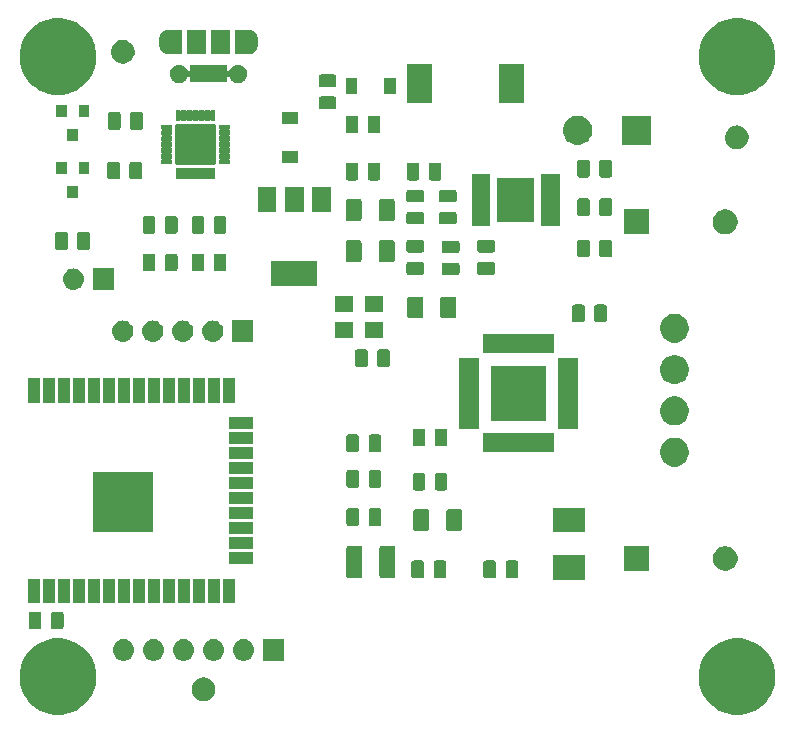
<source format=gbr>
G04 #@! TF.GenerationSoftware,KiCad,Pcbnew,5.1.4-e60b266~84~ubuntu18.04.1*
G04 #@! TF.CreationDate,2020-01-24T11:28:00-03:00*
G04 #@! TF.ProjectId,tecsci_dip,74656373-6369-45f6-9469-702e6b696361,v1.3*
G04 #@! TF.SameCoordinates,Original*
G04 #@! TF.FileFunction,Soldermask,Top*
G04 #@! TF.FilePolarity,Negative*
%FSLAX46Y46*%
G04 Gerber Fmt 4.6, Leading zero omitted, Abs format (unit mm)*
G04 Created by KiCad (PCBNEW 5.1.4-e60b266~84~ubuntu18.04.1) date 2020-01-24 11:28:00*
%MOMM*%
%LPD*%
G04 APERTURE LIST*
%ADD10C,0.100000*%
G04 APERTURE END LIST*
D10*
G36*
X117884239Y-108061467D02*
G01*
X118198282Y-108123934D01*
X118789926Y-108369001D01*
X119322392Y-108724784D01*
X119775216Y-109177608D01*
X120130999Y-109710074D01*
X120376066Y-110301718D01*
X120376066Y-110301719D01*
X120501000Y-110929803D01*
X120501000Y-111570197D01*
X120446075Y-111846322D01*
X120376066Y-112198282D01*
X120130999Y-112789926D01*
X119883265Y-113160685D01*
X119776815Y-113320000D01*
X119775216Y-113322392D01*
X119322392Y-113775216D01*
X118789926Y-114130999D01*
X118198282Y-114376066D01*
X117884239Y-114438533D01*
X117570197Y-114501000D01*
X116929803Y-114501000D01*
X116615761Y-114438533D01*
X116301718Y-114376066D01*
X115710074Y-114130999D01*
X115177608Y-113775216D01*
X114724784Y-113322392D01*
X114723186Y-113320000D01*
X114616735Y-113160685D01*
X114369001Y-112789926D01*
X114123934Y-112198282D01*
X114053925Y-111846322D01*
X113999000Y-111570197D01*
X113999000Y-110929803D01*
X114123934Y-110301719D01*
X114123934Y-110301718D01*
X114369001Y-109710074D01*
X114724784Y-109177608D01*
X115177608Y-108724784D01*
X115710074Y-108369001D01*
X116301718Y-108123934D01*
X116615761Y-108061467D01*
X116929803Y-107999000D01*
X117570197Y-107999000D01*
X117884239Y-108061467D01*
X117884239Y-108061467D01*
G37*
G36*
X60384239Y-108061467D02*
G01*
X60698282Y-108123934D01*
X61289926Y-108369001D01*
X61822392Y-108724784D01*
X62275216Y-109177608D01*
X62630999Y-109710074D01*
X62876066Y-110301718D01*
X62876066Y-110301719D01*
X63001000Y-110929803D01*
X63001000Y-111570197D01*
X62946075Y-111846322D01*
X62876066Y-112198282D01*
X62630999Y-112789926D01*
X62383265Y-113160685D01*
X62276815Y-113320000D01*
X62275216Y-113322392D01*
X61822392Y-113775216D01*
X61289926Y-114130999D01*
X60698282Y-114376066D01*
X60384239Y-114438533D01*
X60070197Y-114501000D01*
X59429803Y-114501000D01*
X59115761Y-114438533D01*
X58801718Y-114376066D01*
X58210074Y-114130999D01*
X57677608Y-113775216D01*
X57224784Y-113322392D01*
X57223186Y-113320000D01*
X57116735Y-113160685D01*
X56869001Y-112789926D01*
X56623934Y-112198282D01*
X56553925Y-111846322D01*
X56499000Y-111570197D01*
X56499000Y-110929803D01*
X56623934Y-110301719D01*
X56623934Y-110301718D01*
X56869001Y-109710074D01*
X57224784Y-109177608D01*
X57677608Y-108724784D01*
X58210074Y-108369001D01*
X58801718Y-108123934D01*
X59115761Y-108061467D01*
X59429803Y-107999000D01*
X60070197Y-107999000D01*
X60384239Y-108061467D01*
X60384239Y-108061467D01*
G37*
G36*
X72297290Y-111345619D02*
G01*
X72361689Y-111358429D01*
X72543678Y-111433811D01*
X72707463Y-111543249D01*
X72846751Y-111682537D01*
X72956189Y-111846322D01*
X73031571Y-112028311D01*
X73070000Y-112221509D01*
X73070000Y-112418491D01*
X73031571Y-112611689D01*
X72956189Y-112793678D01*
X72846751Y-112957463D01*
X72707463Y-113096751D01*
X72543678Y-113206189D01*
X72361689Y-113281571D01*
X72297290Y-113294381D01*
X72168493Y-113320000D01*
X71971507Y-113320000D01*
X71842710Y-113294381D01*
X71778311Y-113281571D01*
X71596322Y-113206189D01*
X71432537Y-113096751D01*
X71293249Y-112957463D01*
X71183811Y-112793678D01*
X71108429Y-112611689D01*
X71070000Y-112418491D01*
X71070000Y-112221509D01*
X71108429Y-112028311D01*
X71183811Y-111846322D01*
X71293249Y-111682537D01*
X71432537Y-111543249D01*
X71596322Y-111433811D01*
X71778311Y-111358429D01*
X71842710Y-111345619D01*
X71971507Y-111320000D01*
X72168493Y-111320000D01*
X72297290Y-111345619D01*
X72297290Y-111345619D01*
G37*
G36*
X78901000Y-109901000D02*
G01*
X77099000Y-109901000D01*
X77099000Y-108099000D01*
X78901000Y-108099000D01*
X78901000Y-109901000D01*
X78901000Y-109901000D01*
G37*
G36*
X65410442Y-108105518D02*
G01*
X65476627Y-108112037D01*
X65646466Y-108163557D01*
X65802991Y-108247222D01*
X65838729Y-108276552D01*
X65940186Y-108359814D01*
X66023448Y-108461271D01*
X66052778Y-108497009D01*
X66136443Y-108653534D01*
X66187963Y-108823373D01*
X66205359Y-109000000D01*
X66187963Y-109176627D01*
X66136443Y-109346466D01*
X66052778Y-109502991D01*
X66048237Y-109508524D01*
X65940186Y-109640186D01*
X65838729Y-109723448D01*
X65802991Y-109752778D01*
X65646466Y-109836443D01*
X65476627Y-109887963D01*
X65410443Y-109894481D01*
X65344260Y-109901000D01*
X65255740Y-109901000D01*
X65189557Y-109894481D01*
X65123373Y-109887963D01*
X64953534Y-109836443D01*
X64797009Y-109752778D01*
X64761271Y-109723448D01*
X64659814Y-109640186D01*
X64551763Y-109508524D01*
X64547222Y-109502991D01*
X64463557Y-109346466D01*
X64412037Y-109176627D01*
X64394641Y-109000000D01*
X64412037Y-108823373D01*
X64463557Y-108653534D01*
X64547222Y-108497009D01*
X64576552Y-108461271D01*
X64659814Y-108359814D01*
X64761271Y-108276552D01*
X64797009Y-108247222D01*
X64953534Y-108163557D01*
X65123373Y-108112037D01*
X65189558Y-108105518D01*
X65255740Y-108099000D01*
X65344260Y-108099000D01*
X65410442Y-108105518D01*
X65410442Y-108105518D01*
G37*
G36*
X67950442Y-108105518D02*
G01*
X68016627Y-108112037D01*
X68186466Y-108163557D01*
X68342991Y-108247222D01*
X68378729Y-108276552D01*
X68480186Y-108359814D01*
X68563448Y-108461271D01*
X68592778Y-108497009D01*
X68676443Y-108653534D01*
X68727963Y-108823373D01*
X68745359Y-109000000D01*
X68727963Y-109176627D01*
X68676443Y-109346466D01*
X68592778Y-109502991D01*
X68588237Y-109508524D01*
X68480186Y-109640186D01*
X68378729Y-109723448D01*
X68342991Y-109752778D01*
X68186466Y-109836443D01*
X68016627Y-109887963D01*
X67950443Y-109894481D01*
X67884260Y-109901000D01*
X67795740Y-109901000D01*
X67729557Y-109894481D01*
X67663373Y-109887963D01*
X67493534Y-109836443D01*
X67337009Y-109752778D01*
X67301271Y-109723448D01*
X67199814Y-109640186D01*
X67091763Y-109508524D01*
X67087222Y-109502991D01*
X67003557Y-109346466D01*
X66952037Y-109176627D01*
X66934641Y-109000000D01*
X66952037Y-108823373D01*
X67003557Y-108653534D01*
X67087222Y-108497009D01*
X67116552Y-108461271D01*
X67199814Y-108359814D01*
X67301271Y-108276552D01*
X67337009Y-108247222D01*
X67493534Y-108163557D01*
X67663373Y-108112037D01*
X67729558Y-108105518D01*
X67795740Y-108099000D01*
X67884260Y-108099000D01*
X67950442Y-108105518D01*
X67950442Y-108105518D01*
G37*
G36*
X73030442Y-108105518D02*
G01*
X73096627Y-108112037D01*
X73266466Y-108163557D01*
X73422991Y-108247222D01*
X73458729Y-108276552D01*
X73560186Y-108359814D01*
X73643448Y-108461271D01*
X73672778Y-108497009D01*
X73756443Y-108653534D01*
X73807963Y-108823373D01*
X73825359Y-109000000D01*
X73807963Y-109176627D01*
X73756443Y-109346466D01*
X73672778Y-109502991D01*
X73668237Y-109508524D01*
X73560186Y-109640186D01*
X73458729Y-109723448D01*
X73422991Y-109752778D01*
X73266466Y-109836443D01*
X73096627Y-109887963D01*
X73030443Y-109894481D01*
X72964260Y-109901000D01*
X72875740Y-109901000D01*
X72809557Y-109894481D01*
X72743373Y-109887963D01*
X72573534Y-109836443D01*
X72417009Y-109752778D01*
X72381271Y-109723448D01*
X72279814Y-109640186D01*
X72171763Y-109508524D01*
X72167222Y-109502991D01*
X72083557Y-109346466D01*
X72032037Y-109176627D01*
X72014641Y-109000000D01*
X72032037Y-108823373D01*
X72083557Y-108653534D01*
X72167222Y-108497009D01*
X72196552Y-108461271D01*
X72279814Y-108359814D01*
X72381271Y-108276552D01*
X72417009Y-108247222D01*
X72573534Y-108163557D01*
X72743373Y-108112037D01*
X72809558Y-108105518D01*
X72875740Y-108099000D01*
X72964260Y-108099000D01*
X73030442Y-108105518D01*
X73030442Y-108105518D01*
G37*
G36*
X75570442Y-108105518D02*
G01*
X75636627Y-108112037D01*
X75806466Y-108163557D01*
X75962991Y-108247222D01*
X75998729Y-108276552D01*
X76100186Y-108359814D01*
X76183448Y-108461271D01*
X76212778Y-108497009D01*
X76296443Y-108653534D01*
X76347963Y-108823373D01*
X76365359Y-109000000D01*
X76347963Y-109176627D01*
X76296443Y-109346466D01*
X76212778Y-109502991D01*
X76208237Y-109508524D01*
X76100186Y-109640186D01*
X75998729Y-109723448D01*
X75962991Y-109752778D01*
X75806466Y-109836443D01*
X75636627Y-109887963D01*
X75570443Y-109894481D01*
X75504260Y-109901000D01*
X75415740Y-109901000D01*
X75349557Y-109894481D01*
X75283373Y-109887963D01*
X75113534Y-109836443D01*
X74957009Y-109752778D01*
X74921271Y-109723448D01*
X74819814Y-109640186D01*
X74711763Y-109508524D01*
X74707222Y-109502991D01*
X74623557Y-109346466D01*
X74572037Y-109176627D01*
X74554641Y-109000000D01*
X74572037Y-108823373D01*
X74623557Y-108653534D01*
X74707222Y-108497009D01*
X74736552Y-108461271D01*
X74819814Y-108359814D01*
X74921271Y-108276552D01*
X74957009Y-108247222D01*
X75113534Y-108163557D01*
X75283373Y-108112037D01*
X75349558Y-108105518D01*
X75415740Y-108099000D01*
X75504260Y-108099000D01*
X75570442Y-108105518D01*
X75570442Y-108105518D01*
G37*
G36*
X70490442Y-108105518D02*
G01*
X70556627Y-108112037D01*
X70726466Y-108163557D01*
X70882991Y-108247222D01*
X70918729Y-108276552D01*
X71020186Y-108359814D01*
X71103448Y-108461271D01*
X71132778Y-108497009D01*
X71216443Y-108653534D01*
X71267963Y-108823373D01*
X71285359Y-109000000D01*
X71267963Y-109176627D01*
X71216443Y-109346466D01*
X71132778Y-109502991D01*
X71128237Y-109508524D01*
X71020186Y-109640186D01*
X70918729Y-109723448D01*
X70882991Y-109752778D01*
X70726466Y-109836443D01*
X70556627Y-109887963D01*
X70490443Y-109894481D01*
X70424260Y-109901000D01*
X70335740Y-109901000D01*
X70269557Y-109894481D01*
X70203373Y-109887963D01*
X70033534Y-109836443D01*
X69877009Y-109752778D01*
X69841271Y-109723448D01*
X69739814Y-109640186D01*
X69631763Y-109508524D01*
X69627222Y-109502991D01*
X69543557Y-109346466D01*
X69492037Y-109176627D01*
X69474641Y-109000000D01*
X69492037Y-108823373D01*
X69543557Y-108653534D01*
X69627222Y-108497009D01*
X69656552Y-108461271D01*
X69739814Y-108359814D01*
X69841271Y-108276552D01*
X69877009Y-108247222D01*
X70033534Y-108163557D01*
X70203373Y-108112037D01*
X70269558Y-108105518D01*
X70335740Y-108099000D01*
X70424260Y-108099000D01*
X70490442Y-108105518D01*
X70490442Y-108105518D01*
G37*
G36*
X60059468Y-105753565D02*
G01*
X60098138Y-105765296D01*
X60133777Y-105784346D01*
X60165017Y-105809983D01*
X60190654Y-105841223D01*
X60209704Y-105876862D01*
X60221435Y-105915532D01*
X60226000Y-105961888D01*
X60226000Y-107038112D01*
X60221435Y-107084468D01*
X60209704Y-107123138D01*
X60190654Y-107158777D01*
X60165017Y-107190017D01*
X60133777Y-107215654D01*
X60098138Y-107234704D01*
X60059468Y-107246435D01*
X60013112Y-107251000D01*
X59361888Y-107251000D01*
X59315532Y-107246435D01*
X59276862Y-107234704D01*
X59241223Y-107215654D01*
X59209983Y-107190017D01*
X59184346Y-107158777D01*
X59165296Y-107123138D01*
X59153565Y-107084468D01*
X59149000Y-107038112D01*
X59149000Y-105961888D01*
X59153565Y-105915532D01*
X59165296Y-105876862D01*
X59184346Y-105841223D01*
X59209983Y-105809983D01*
X59241223Y-105784346D01*
X59276862Y-105765296D01*
X59315532Y-105753565D01*
X59361888Y-105749000D01*
X60013112Y-105749000D01*
X60059468Y-105753565D01*
X60059468Y-105753565D01*
G37*
G36*
X58184468Y-105753565D02*
G01*
X58223138Y-105765296D01*
X58258777Y-105784346D01*
X58290017Y-105809983D01*
X58315654Y-105841223D01*
X58334704Y-105876862D01*
X58346435Y-105915532D01*
X58351000Y-105961888D01*
X58351000Y-107038112D01*
X58346435Y-107084468D01*
X58334704Y-107123138D01*
X58315654Y-107158777D01*
X58290017Y-107190017D01*
X58258777Y-107215654D01*
X58223138Y-107234704D01*
X58184468Y-107246435D01*
X58138112Y-107251000D01*
X57486888Y-107251000D01*
X57440532Y-107246435D01*
X57401862Y-107234704D01*
X57366223Y-107215654D01*
X57334983Y-107190017D01*
X57309346Y-107158777D01*
X57290296Y-107123138D01*
X57278565Y-107084468D01*
X57274000Y-107038112D01*
X57274000Y-105961888D01*
X57278565Y-105915532D01*
X57290296Y-105876862D01*
X57309346Y-105841223D01*
X57334983Y-105809983D01*
X57366223Y-105784346D01*
X57401862Y-105765296D01*
X57440532Y-105753565D01*
X57486888Y-105749000D01*
X58138112Y-105749000D01*
X58184468Y-105753565D01*
X58184468Y-105753565D01*
G37*
G36*
X69676000Y-105051000D02*
G01*
X68674000Y-105051000D01*
X68674000Y-102949000D01*
X69676000Y-102949000D01*
X69676000Y-105051000D01*
X69676000Y-105051000D01*
G37*
G36*
X58246000Y-105051000D02*
G01*
X57244000Y-105051000D01*
X57244000Y-102949000D01*
X58246000Y-102949000D01*
X58246000Y-105051000D01*
X58246000Y-105051000D01*
G37*
G36*
X59516000Y-105051000D02*
G01*
X58514000Y-105051000D01*
X58514000Y-102949000D01*
X59516000Y-102949000D01*
X59516000Y-105051000D01*
X59516000Y-105051000D01*
G37*
G36*
X60786000Y-105051000D02*
G01*
X59784000Y-105051000D01*
X59784000Y-102949000D01*
X60786000Y-102949000D01*
X60786000Y-105051000D01*
X60786000Y-105051000D01*
G37*
G36*
X62056000Y-105051000D02*
G01*
X61054000Y-105051000D01*
X61054000Y-102949000D01*
X62056000Y-102949000D01*
X62056000Y-105051000D01*
X62056000Y-105051000D01*
G37*
G36*
X63326000Y-105051000D02*
G01*
X62324000Y-105051000D01*
X62324000Y-102949000D01*
X63326000Y-102949000D01*
X63326000Y-105051000D01*
X63326000Y-105051000D01*
G37*
G36*
X67136000Y-105051000D02*
G01*
X66134000Y-105051000D01*
X66134000Y-102949000D01*
X67136000Y-102949000D01*
X67136000Y-105051000D01*
X67136000Y-105051000D01*
G37*
G36*
X68406000Y-105051000D02*
G01*
X67404000Y-105051000D01*
X67404000Y-102949000D01*
X68406000Y-102949000D01*
X68406000Y-105051000D01*
X68406000Y-105051000D01*
G37*
G36*
X70946000Y-105051000D02*
G01*
X69944000Y-105051000D01*
X69944000Y-102949000D01*
X70946000Y-102949000D01*
X70946000Y-105051000D01*
X70946000Y-105051000D01*
G37*
G36*
X72216000Y-105051000D02*
G01*
X71214000Y-105051000D01*
X71214000Y-102949000D01*
X72216000Y-102949000D01*
X72216000Y-105051000D01*
X72216000Y-105051000D01*
G37*
G36*
X73486000Y-105051000D02*
G01*
X72484000Y-105051000D01*
X72484000Y-102949000D01*
X73486000Y-102949000D01*
X73486000Y-105051000D01*
X73486000Y-105051000D01*
G37*
G36*
X74756000Y-105051000D02*
G01*
X73754000Y-105051000D01*
X73754000Y-102949000D01*
X74756000Y-102949000D01*
X74756000Y-105051000D01*
X74756000Y-105051000D01*
G37*
G36*
X65866000Y-105051000D02*
G01*
X64864000Y-105051000D01*
X64864000Y-102949000D01*
X65866000Y-102949000D01*
X65866000Y-105051000D01*
X65866000Y-105051000D01*
G37*
G36*
X64596000Y-105051000D02*
G01*
X63594000Y-105051000D01*
X63594000Y-102949000D01*
X64596000Y-102949000D01*
X64596000Y-105051000D01*
X64596000Y-105051000D01*
G37*
G36*
X104351600Y-103051600D02*
G01*
X101648400Y-103051600D01*
X101648400Y-100948400D01*
X104351600Y-100948400D01*
X104351600Y-103051600D01*
X104351600Y-103051600D01*
G37*
G36*
X90584468Y-101428565D02*
G01*
X90623138Y-101440296D01*
X90658777Y-101459346D01*
X90690017Y-101484983D01*
X90715654Y-101516223D01*
X90734704Y-101551862D01*
X90746435Y-101590532D01*
X90751000Y-101636888D01*
X90751000Y-102713112D01*
X90746435Y-102759468D01*
X90734704Y-102798138D01*
X90715654Y-102833777D01*
X90690017Y-102865017D01*
X90658777Y-102890654D01*
X90623138Y-102909704D01*
X90584468Y-102921435D01*
X90538112Y-102926000D01*
X89886888Y-102926000D01*
X89840532Y-102921435D01*
X89801862Y-102909704D01*
X89766223Y-102890654D01*
X89734983Y-102865017D01*
X89709346Y-102833777D01*
X89690296Y-102798138D01*
X89678565Y-102759468D01*
X89674000Y-102713112D01*
X89674000Y-101636888D01*
X89678565Y-101590532D01*
X89690296Y-101551862D01*
X89709346Y-101516223D01*
X89734983Y-101484983D01*
X89766223Y-101459346D01*
X89801862Y-101440296D01*
X89840532Y-101428565D01*
X89886888Y-101424000D01*
X90538112Y-101424000D01*
X90584468Y-101428565D01*
X90584468Y-101428565D01*
G37*
G36*
X96684468Y-101428565D02*
G01*
X96723138Y-101440296D01*
X96758777Y-101459346D01*
X96790017Y-101484983D01*
X96815654Y-101516223D01*
X96834704Y-101551862D01*
X96846435Y-101590532D01*
X96851000Y-101636888D01*
X96851000Y-102713112D01*
X96846435Y-102759468D01*
X96834704Y-102798138D01*
X96815654Y-102833777D01*
X96790017Y-102865017D01*
X96758777Y-102890654D01*
X96723138Y-102909704D01*
X96684468Y-102921435D01*
X96638112Y-102926000D01*
X95986888Y-102926000D01*
X95940532Y-102921435D01*
X95901862Y-102909704D01*
X95866223Y-102890654D01*
X95834983Y-102865017D01*
X95809346Y-102833777D01*
X95790296Y-102798138D01*
X95778565Y-102759468D01*
X95774000Y-102713112D01*
X95774000Y-101636888D01*
X95778565Y-101590532D01*
X95790296Y-101551862D01*
X95809346Y-101516223D01*
X95834983Y-101484983D01*
X95866223Y-101459346D01*
X95901862Y-101440296D01*
X95940532Y-101428565D01*
X95986888Y-101424000D01*
X96638112Y-101424000D01*
X96684468Y-101428565D01*
X96684468Y-101428565D01*
G37*
G36*
X98559468Y-101428565D02*
G01*
X98598138Y-101440296D01*
X98633777Y-101459346D01*
X98665017Y-101484983D01*
X98690654Y-101516223D01*
X98709704Y-101551862D01*
X98721435Y-101590532D01*
X98726000Y-101636888D01*
X98726000Y-102713112D01*
X98721435Y-102759468D01*
X98709704Y-102798138D01*
X98690654Y-102833777D01*
X98665017Y-102865017D01*
X98633777Y-102890654D01*
X98598138Y-102909704D01*
X98559468Y-102921435D01*
X98513112Y-102926000D01*
X97861888Y-102926000D01*
X97815532Y-102921435D01*
X97776862Y-102909704D01*
X97741223Y-102890654D01*
X97709983Y-102865017D01*
X97684346Y-102833777D01*
X97665296Y-102798138D01*
X97653565Y-102759468D01*
X97649000Y-102713112D01*
X97649000Y-101636888D01*
X97653565Y-101590532D01*
X97665296Y-101551862D01*
X97684346Y-101516223D01*
X97709983Y-101484983D01*
X97741223Y-101459346D01*
X97776862Y-101440296D01*
X97815532Y-101428565D01*
X97861888Y-101424000D01*
X98513112Y-101424000D01*
X98559468Y-101428565D01*
X98559468Y-101428565D01*
G37*
G36*
X92459468Y-101428565D02*
G01*
X92498138Y-101440296D01*
X92533777Y-101459346D01*
X92565017Y-101484983D01*
X92590654Y-101516223D01*
X92609704Y-101551862D01*
X92621435Y-101590532D01*
X92626000Y-101636888D01*
X92626000Y-102713112D01*
X92621435Y-102759468D01*
X92609704Y-102798138D01*
X92590654Y-102833777D01*
X92565017Y-102865017D01*
X92533777Y-102890654D01*
X92498138Y-102909704D01*
X92459468Y-102921435D01*
X92413112Y-102926000D01*
X91761888Y-102926000D01*
X91715532Y-102921435D01*
X91676862Y-102909704D01*
X91641223Y-102890654D01*
X91609983Y-102865017D01*
X91584346Y-102833777D01*
X91565296Y-102798138D01*
X91553565Y-102759468D01*
X91549000Y-102713112D01*
X91549000Y-101636888D01*
X91553565Y-101590532D01*
X91565296Y-101551862D01*
X91584346Y-101516223D01*
X91609983Y-101484983D01*
X91641223Y-101459346D01*
X91676862Y-101440296D01*
X91715532Y-101428565D01*
X91761888Y-101424000D01*
X92413112Y-101424000D01*
X92459468Y-101428565D01*
X92459468Y-101428565D01*
G37*
G36*
X85368604Y-100173347D02*
G01*
X85405144Y-100184432D01*
X85438821Y-100202433D01*
X85468341Y-100226659D01*
X85492567Y-100256179D01*
X85510568Y-100289856D01*
X85521653Y-100326396D01*
X85526000Y-100370538D01*
X85526000Y-102719462D01*
X85521653Y-102763604D01*
X85510568Y-102800144D01*
X85492567Y-102833821D01*
X85468341Y-102863341D01*
X85438821Y-102887567D01*
X85405144Y-102905568D01*
X85368604Y-102916653D01*
X85324462Y-102921000D01*
X84375538Y-102921000D01*
X84331396Y-102916653D01*
X84294856Y-102905568D01*
X84261179Y-102887567D01*
X84231659Y-102863341D01*
X84207433Y-102833821D01*
X84189432Y-102800144D01*
X84178347Y-102763604D01*
X84174000Y-102719462D01*
X84174000Y-100370538D01*
X84178347Y-100326396D01*
X84189432Y-100289856D01*
X84207433Y-100256179D01*
X84231659Y-100226659D01*
X84261179Y-100202433D01*
X84294856Y-100184432D01*
X84331396Y-100173347D01*
X84375538Y-100169000D01*
X85324462Y-100169000D01*
X85368604Y-100173347D01*
X85368604Y-100173347D01*
G37*
G36*
X88168604Y-100173347D02*
G01*
X88205144Y-100184432D01*
X88238821Y-100202433D01*
X88268341Y-100226659D01*
X88292567Y-100256179D01*
X88310568Y-100289856D01*
X88321653Y-100326396D01*
X88326000Y-100370538D01*
X88326000Y-102719462D01*
X88321653Y-102763604D01*
X88310568Y-102800144D01*
X88292567Y-102833821D01*
X88268341Y-102863341D01*
X88238821Y-102887567D01*
X88205144Y-102905568D01*
X88168604Y-102916653D01*
X88124462Y-102921000D01*
X87175538Y-102921000D01*
X87131396Y-102916653D01*
X87094856Y-102905568D01*
X87061179Y-102887567D01*
X87031659Y-102863341D01*
X87007433Y-102833821D01*
X86989432Y-102800144D01*
X86978347Y-102763604D01*
X86974000Y-102719462D01*
X86974000Y-100370538D01*
X86978347Y-100326396D01*
X86989432Y-100289856D01*
X87007433Y-100256179D01*
X87031659Y-100226659D01*
X87061179Y-100202433D01*
X87094856Y-100184432D01*
X87131396Y-100173347D01*
X87175538Y-100169000D01*
X88124462Y-100169000D01*
X88168604Y-100173347D01*
X88168604Y-100173347D01*
G37*
G36*
X116556564Y-100239389D02*
G01*
X116678402Y-100289856D01*
X116747835Y-100318616D01*
X116849652Y-100386648D01*
X116919973Y-100433635D01*
X117066365Y-100580027D01*
X117181385Y-100752167D01*
X117260611Y-100943436D01*
X117301000Y-101146484D01*
X117301000Y-101353516D01*
X117260611Y-101556564D01*
X117181385Y-101747833D01*
X117181384Y-101747835D01*
X117066365Y-101919973D01*
X116919973Y-102066365D01*
X116747835Y-102181384D01*
X116747834Y-102181385D01*
X116747833Y-102181385D01*
X116556564Y-102260611D01*
X116353516Y-102301000D01*
X116146484Y-102301000D01*
X115943436Y-102260611D01*
X115752167Y-102181385D01*
X115752166Y-102181385D01*
X115752165Y-102181384D01*
X115580027Y-102066365D01*
X115433635Y-101919973D01*
X115318616Y-101747835D01*
X115318615Y-101747833D01*
X115239389Y-101556564D01*
X115199000Y-101353516D01*
X115199000Y-101146484D01*
X115239389Y-100943436D01*
X115318615Y-100752167D01*
X115433635Y-100580027D01*
X115580027Y-100433635D01*
X115650348Y-100386648D01*
X115752165Y-100318616D01*
X115821598Y-100289856D01*
X115943436Y-100239389D01*
X116146484Y-100199000D01*
X116353516Y-100199000D01*
X116556564Y-100239389D01*
X116556564Y-100239389D01*
G37*
G36*
X109801000Y-102301000D02*
G01*
X107699000Y-102301000D01*
X107699000Y-100199000D01*
X109801000Y-100199000D01*
X109801000Y-102301000D01*
X109801000Y-102301000D01*
G37*
G36*
X76306000Y-101716000D02*
G01*
X74204000Y-101716000D01*
X74204000Y-100714000D01*
X76306000Y-100714000D01*
X76306000Y-101716000D01*
X76306000Y-101716000D01*
G37*
G36*
X76306000Y-100446000D02*
G01*
X74204000Y-100446000D01*
X74204000Y-99444000D01*
X76306000Y-99444000D01*
X76306000Y-100446000D01*
X76306000Y-100446000D01*
G37*
G36*
X76306000Y-99176000D02*
G01*
X74204000Y-99176000D01*
X74204000Y-98174000D01*
X76306000Y-98174000D01*
X76306000Y-99176000D01*
X76306000Y-99176000D01*
G37*
G36*
X104351600Y-99051600D02*
G01*
X101648400Y-99051600D01*
X101648400Y-96948400D01*
X104351600Y-96948400D01*
X104351600Y-99051600D01*
X104351600Y-99051600D01*
G37*
G36*
X67796000Y-99051000D02*
G01*
X62694000Y-99051000D01*
X62694000Y-93949000D01*
X67796000Y-93949000D01*
X67796000Y-99051000D01*
X67796000Y-99051000D01*
G37*
G36*
X93818604Y-97078347D02*
G01*
X93855144Y-97089432D01*
X93888821Y-97107433D01*
X93918341Y-97131659D01*
X93942567Y-97161179D01*
X93960568Y-97194856D01*
X93971653Y-97231396D01*
X93976000Y-97275538D01*
X93976000Y-98724462D01*
X93971653Y-98768604D01*
X93960568Y-98805144D01*
X93942567Y-98838821D01*
X93918341Y-98868341D01*
X93888821Y-98892567D01*
X93855144Y-98910568D01*
X93818604Y-98921653D01*
X93774462Y-98926000D01*
X92825538Y-98926000D01*
X92781396Y-98921653D01*
X92744856Y-98910568D01*
X92711179Y-98892567D01*
X92681659Y-98868341D01*
X92657433Y-98838821D01*
X92639432Y-98805144D01*
X92628347Y-98768604D01*
X92624000Y-98724462D01*
X92624000Y-97275538D01*
X92628347Y-97231396D01*
X92639432Y-97194856D01*
X92657433Y-97161179D01*
X92681659Y-97131659D01*
X92711179Y-97107433D01*
X92744856Y-97089432D01*
X92781396Y-97078347D01*
X92825538Y-97074000D01*
X93774462Y-97074000D01*
X93818604Y-97078347D01*
X93818604Y-97078347D01*
G37*
G36*
X91018604Y-97078347D02*
G01*
X91055144Y-97089432D01*
X91088821Y-97107433D01*
X91118341Y-97131659D01*
X91142567Y-97161179D01*
X91160568Y-97194856D01*
X91171653Y-97231396D01*
X91176000Y-97275538D01*
X91176000Y-98724462D01*
X91171653Y-98768604D01*
X91160568Y-98805144D01*
X91142567Y-98838821D01*
X91118341Y-98868341D01*
X91088821Y-98892567D01*
X91055144Y-98910568D01*
X91018604Y-98921653D01*
X90974462Y-98926000D01*
X90025538Y-98926000D01*
X89981396Y-98921653D01*
X89944856Y-98910568D01*
X89911179Y-98892567D01*
X89881659Y-98868341D01*
X89857433Y-98838821D01*
X89839432Y-98805144D01*
X89828347Y-98768604D01*
X89824000Y-98724462D01*
X89824000Y-97275538D01*
X89828347Y-97231396D01*
X89839432Y-97194856D01*
X89857433Y-97161179D01*
X89881659Y-97131659D01*
X89911179Y-97107433D01*
X89944856Y-97089432D01*
X89981396Y-97078347D01*
X90025538Y-97074000D01*
X90974462Y-97074000D01*
X91018604Y-97078347D01*
X91018604Y-97078347D01*
G37*
G36*
X86959468Y-97003565D02*
G01*
X86998138Y-97015296D01*
X87033777Y-97034346D01*
X87065017Y-97059983D01*
X87090654Y-97091223D01*
X87109704Y-97126862D01*
X87121435Y-97165532D01*
X87126000Y-97211888D01*
X87126000Y-98288112D01*
X87121435Y-98334468D01*
X87109704Y-98373138D01*
X87090654Y-98408777D01*
X87065017Y-98440017D01*
X87033777Y-98465654D01*
X86998138Y-98484704D01*
X86959468Y-98496435D01*
X86913112Y-98501000D01*
X86261888Y-98501000D01*
X86215532Y-98496435D01*
X86176862Y-98484704D01*
X86141223Y-98465654D01*
X86109983Y-98440017D01*
X86084346Y-98408777D01*
X86065296Y-98373138D01*
X86053565Y-98334468D01*
X86049000Y-98288112D01*
X86049000Y-97211888D01*
X86053565Y-97165532D01*
X86065296Y-97126862D01*
X86084346Y-97091223D01*
X86109983Y-97059983D01*
X86141223Y-97034346D01*
X86176862Y-97015296D01*
X86215532Y-97003565D01*
X86261888Y-96999000D01*
X86913112Y-96999000D01*
X86959468Y-97003565D01*
X86959468Y-97003565D01*
G37*
G36*
X85084468Y-97003565D02*
G01*
X85123138Y-97015296D01*
X85158777Y-97034346D01*
X85190017Y-97059983D01*
X85215654Y-97091223D01*
X85234704Y-97126862D01*
X85246435Y-97165532D01*
X85251000Y-97211888D01*
X85251000Y-98288112D01*
X85246435Y-98334468D01*
X85234704Y-98373138D01*
X85215654Y-98408777D01*
X85190017Y-98440017D01*
X85158777Y-98465654D01*
X85123138Y-98484704D01*
X85084468Y-98496435D01*
X85038112Y-98501000D01*
X84386888Y-98501000D01*
X84340532Y-98496435D01*
X84301862Y-98484704D01*
X84266223Y-98465654D01*
X84234983Y-98440017D01*
X84209346Y-98408777D01*
X84190296Y-98373138D01*
X84178565Y-98334468D01*
X84174000Y-98288112D01*
X84174000Y-97211888D01*
X84178565Y-97165532D01*
X84190296Y-97126862D01*
X84209346Y-97091223D01*
X84234983Y-97059983D01*
X84266223Y-97034346D01*
X84301862Y-97015296D01*
X84340532Y-97003565D01*
X84386888Y-96999000D01*
X85038112Y-96999000D01*
X85084468Y-97003565D01*
X85084468Y-97003565D01*
G37*
G36*
X76306000Y-97906000D02*
G01*
X74204000Y-97906000D01*
X74204000Y-96904000D01*
X76306000Y-96904000D01*
X76306000Y-97906000D01*
X76306000Y-97906000D01*
G37*
G36*
X76306000Y-96636000D02*
G01*
X74204000Y-96636000D01*
X74204000Y-95634000D01*
X76306000Y-95634000D01*
X76306000Y-96636000D01*
X76306000Y-96636000D01*
G37*
G36*
X90684468Y-94003565D02*
G01*
X90723138Y-94015296D01*
X90758777Y-94034346D01*
X90790017Y-94059983D01*
X90815654Y-94091223D01*
X90834704Y-94126862D01*
X90846435Y-94165532D01*
X90851000Y-94211888D01*
X90851000Y-95288112D01*
X90846435Y-95334468D01*
X90834704Y-95373138D01*
X90815654Y-95408777D01*
X90790017Y-95440017D01*
X90758777Y-95465654D01*
X90723138Y-95484704D01*
X90684468Y-95496435D01*
X90638112Y-95501000D01*
X89986888Y-95501000D01*
X89940532Y-95496435D01*
X89901862Y-95484704D01*
X89866223Y-95465654D01*
X89834983Y-95440017D01*
X89809346Y-95408777D01*
X89790296Y-95373138D01*
X89778565Y-95334468D01*
X89774000Y-95288112D01*
X89774000Y-94211888D01*
X89778565Y-94165532D01*
X89790296Y-94126862D01*
X89809346Y-94091223D01*
X89834983Y-94059983D01*
X89866223Y-94034346D01*
X89901862Y-94015296D01*
X89940532Y-94003565D01*
X89986888Y-93999000D01*
X90638112Y-93999000D01*
X90684468Y-94003565D01*
X90684468Y-94003565D01*
G37*
G36*
X92559468Y-94003565D02*
G01*
X92598138Y-94015296D01*
X92633777Y-94034346D01*
X92665017Y-94059983D01*
X92690654Y-94091223D01*
X92709704Y-94126862D01*
X92721435Y-94165532D01*
X92726000Y-94211888D01*
X92726000Y-95288112D01*
X92721435Y-95334468D01*
X92709704Y-95373138D01*
X92690654Y-95408777D01*
X92665017Y-95440017D01*
X92633777Y-95465654D01*
X92598138Y-95484704D01*
X92559468Y-95496435D01*
X92513112Y-95501000D01*
X91861888Y-95501000D01*
X91815532Y-95496435D01*
X91776862Y-95484704D01*
X91741223Y-95465654D01*
X91709983Y-95440017D01*
X91684346Y-95408777D01*
X91665296Y-95373138D01*
X91653565Y-95334468D01*
X91649000Y-95288112D01*
X91649000Y-94211888D01*
X91653565Y-94165532D01*
X91665296Y-94126862D01*
X91684346Y-94091223D01*
X91709983Y-94059983D01*
X91741223Y-94034346D01*
X91776862Y-94015296D01*
X91815532Y-94003565D01*
X91861888Y-93999000D01*
X92513112Y-93999000D01*
X92559468Y-94003565D01*
X92559468Y-94003565D01*
G37*
G36*
X76306000Y-95366000D02*
G01*
X74204000Y-95366000D01*
X74204000Y-94364000D01*
X76306000Y-94364000D01*
X76306000Y-95366000D01*
X76306000Y-95366000D01*
G37*
G36*
X86959468Y-93753565D02*
G01*
X86998138Y-93765296D01*
X87033777Y-93784346D01*
X87065017Y-93809983D01*
X87090654Y-93841223D01*
X87109704Y-93876862D01*
X87121435Y-93915532D01*
X87126000Y-93961888D01*
X87126000Y-95038112D01*
X87121435Y-95084468D01*
X87109704Y-95123138D01*
X87090654Y-95158777D01*
X87065017Y-95190017D01*
X87033777Y-95215654D01*
X86998138Y-95234704D01*
X86959468Y-95246435D01*
X86913112Y-95251000D01*
X86261888Y-95251000D01*
X86215532Y-95246435D01*
X86176862Y-95234704D01*
X86141223Y-95215654D01*
X86109983Y-95190017D01*
X86084346Y-95158777D01*
X86065296Y-95123138D01*
X86053565Y-95084468D01*
X86049000Y-95038112D01*
X86049000Y-93961888D01*
X86053565Y-93915532D01*
X86065296Y-93876862D01*
X86084346Y-93841223D01*
X86109983Y-93809983D01*
X86141223Y-93784346D01*
X86176862Y-93765296D01*
X86215532Y-93753565D01*
X86261888Y-93749000D01*
X86913112Y-93749000D01*
X86959468Y-93753565D01*
X86959468Y-93753565D01*
G37*
G36*
X85084468Y-93753565D02*
G01*
X85123138Y-93765296D01*
X85158777Y-93784346D01*
X85190017Y-93809983D01*
X85215654Y-93841223D01*
X85234704Y-93876862D01*
X85246435Y-93915532D01*
X85251000Y-93961888D01*
X85251000Y-95038112D01*
X85246435Y-95084468D01*
X85234704Y-95123138D01*
X85215654Y-95158777D01*
X85190017Y-95190017D01*
X85158777Y-95215654D01*
X85123138Y-95234704D01*
X85084468Y-95246435D01*
X85038112Y-95251000D01*
X84386888Y-95251000D01*
X84340532Y-95246435D01*
X84301862Y-95234704D01*
X84266223Y-95215654D01*
X84234983Y-95190017D01*
X84209346Y-95158777D01*
X84190296Y-95123138D01*
X84178565Y-95084468D01*
X84174000Y-95038112D01*
X84174000Y-93961888D01*
X84178565Y-93915532D01*
X84190296Y-93876862D01*
X84209346Y-93841223D01*
X84234983Y-93809983D01*
X84266223Y-93784346D01*
X84301862Y-93765296D01*
X84340532Y-93753565D01*
X84386888Y-93749000D01*
X85038112Y-93749000D01*
X85084468Y-93753565D01*
X85084468Y-93753565D01*
G37*
G36*
X76306000Y-94096000D02*
G01*
X74204000Y-94096000D01*
X74204000Y-93094000D01*
X76306000Y-93094000D01*
X76306000Y-94096000D01*
X76306000Y-94096000D01*
G37*
G36*
X112307785Y-91070537D02*
G01*
X112531011Y-91163000D01*
X112531013Y-91163001D01*
X112731912Y-91297238D01*
X112902762Y-91468088D01*
X113006364Y-91623138D01*
X113037000Y-91668989D01*
X113129463Y-91892215D01*
X113176600Y-92129189D01*
X113176600Y-92370811D01*
X113129463Y-92607785D01*
X113037000Y-92831011D01*
X113036999Y-92831013D01*
X112902762Y-93031912D01*
X112731912Y-93202762D01*
X112531013Y-93336999D01*
X112531012Y-93337000D01*
X112531011Y-93337000D01*
X112307785Y-93429463D01*
X112070811Y-93476600D01*
X111829189Y-93476600D01*
X111592215Y-93429463D01*
X111368989Y-93337000D01*
X111368988Y-93337000D01*
X111368987Y-93336999D01*
X111168088Y-93202762D01*
X110997238Y-93031912D01*
X110863001Y-92831013D01*
X110863000Y-92831011D01*
X110770537Y-92607785D01*
X110723400Y-92370811D01*
X110723400Y-92129189D01*
X110770537Y-91892215D01*
X110863000Y-91668989D01*
X110893637Y-91623138D01*
X110997238Y-91468088D01*
X111168088Y-91297238D01*
X111368987Y-91163001D01*
X111368989Y-91163000D01*
X111592215Y-91070537D01*
X111829189Y-91023400D01*
X112070811Y-91023400D01*
X112307785Y-91070537D01*
X112307785Y-91070537D01*
G37*
G36*
X76306000Y-92826000D02*
G01*
X74204000Y-92826000D01*
X74204000Y-91824000D01*
X76306000Y-91824000D01*
X76306000Y-92826000D01*
X76306000Y-92826000D01*
G37*
G36*
X101751600Y-92276600D02*
G01*
X95748400Y-92276600D01*
X95748400Y-90623400D01*
X101751600Y-90623400D01*
X101751600Y-92276600D01*
X101751600Y-92276600D01*
G37*
G36*
X85084468Y-90753565D02*
G01*
X85123138Y-90765296D01*
X85158777Y-90784346D01*
X85190017Y-90809983D01*
X85215654Y-90841223D01*
X85234704Y-90876862D01*
X85246435Y-90915532D01*
X85251000Y-90961888D01*
X85251000Y-92038112D01*
X85246435Y-92084468D01*
X85234704Y-92123138D01*
X85215654Y-92158777D01*
X85190017Y-92190017D01*
X85158777Y-92215654D01*
X85123138Y-92234704D01*
X85084468Y-92246435D01*
X85038112Y-92251000D01*
X84386888Y-92251000D01*
X84340532Y-92246435D01*
X84301862Y-92234704D01*
X84266223Y-92215654D01*
X84234983Y-92190017D01*
X84209346Y-92158777D01*
X84190296Y-92123138D01*
X84178565Y-92084468D01*
X84174000Y-92038112D01*
X84174000Y-90961888D01*
X84178565Y-90915532D01*
X84190296Y-90876862D01*
X84209346Y-90841223D01*
X84234983Y-90809983D01*
X84266223Y-90784346D01*
X84301862Y-90765296D01*
X84340532Y-90753565D01*
X84386888Y-90749000D01*
X85038112Y-90749000D01*
X85084468Y-90753565D01*
X85084468Y-90753565D01*
G37*
G36*
X86959468Y-90753565D02*
G01*
X86998138Y-90765296D01*
X87033777Y-90784346D01*
X87065017Y-90809983D01*
X87090654Y-90841223D01*
X87109704Y-90876862D01*
X87121435Y-90915532D01*
X87126000Y-90961888D01*
X87126000Y-92038112D01*
X87121435Y-92084468D01*
X87109704Y-92123138D01*
X87090654Y-92158777D01*
X87065017Y-92190017D01*
X87033777Y-92215654D01*
X86998138Y-92234704D01*
X86959468Y-92246435D01*
X86913112Y-92251000D01*
X86261888Y-92251000D01*
X86215532Y-92246435D01*
X86176862Y-92234704D01*
X86141223Y-92215654D01*
X86109983Y-92190017D01*
X86084346Y-92158777D01*
X86065296Y-92123138D01*
X86053565Y-92084468D01*
X86049000Y-92038112D01*
X86049000Y-90961888D01*
X86053565Y-90915532D01*
X86065296Y-90876862D01*
X86084346Y-90841223D01*
X86109983Y-90809983D01*
X86141223Y-90784346D01*
X86176862Y-90765296D01*
X86215532Y-90753565D01*
X86261888Y-90749000D01*
X86913112Y-90749000D01*
X86959468Y-90753565D01*
X86959468Y-90753565D01*
G37*
G36*
X90684468Y-90253565D02*
G01*
X90723138Y-90265296D01*
X90758777Y-90284346D01*
X90790017Y-90309983D01*
X90815654Y-90341223D01*
X90834704Y-90376862D01*
X90846435Y-90415532D01*
X90851000Y-90461888D01*
X90851000Y-91538112D01*
X90846435Y-91584468D01*
X90834704Y-91623138D01*
X90815654Y-91658777D01*
X90790017Y-91690017D01*
X90758777Y-91715654D01*
X90723138Y-91734704D01*
X90684468Y-91746435D01*
X90638112Y-91751000D01*
X89986888Y-91751000D01*
X89940532Y-91746435D01*
X89901862Y-91734704D01*
X89866223Y-91715654D01*
X89834983Y-91690017D01*
X89809346Y-91658777D01*
X89790296Y-91623138D01*
X89778565Y-91584468D01*
X89774000Y-91538112D01*
X89774000Y-90461888D01*
X89778565Y-90415532D01*
X89790296Y-90376862D01*
X89809346Y-90341223D01*
X89834983Y-90309983D01*
X89866223Y-90284346D01*
X89901862Y-90265296D01*
X89940532Y-90253565D01*
X89986888Y-90249000D01*
X90638112Y-90249000D01*
X90684468Y-90253565D01*
X90684468Y-90253565D01*
G37*
G36*
X92559468Y-90253565D02*
G01*
X92598138Y-90265296D01*
X92633777Y-90284346D01*
X92665017Y-90309983D01*
X92690654Y-90341223D01*
X92709704Y-90376862D01*
X92721435Y-90415532D01*
X92726000Y-90461888D01*
X92726000Y-91538112D01*
X92721435Y-91584468D01*
X92709704Y-91623138D01*
X92690654Y-91658777D01*
X92665017Y-91690017D01*
X92633777Y-91715654D01*
X92598138Y-91734704D01*
X92559468Y-91746435D01*
X92513112Y-91751000D01*
X91861888Y-91751000D01*
X91815532Y-91746435D01*
X91776862Y-91734704D01*
X91741223Y-91715654D01*
X91709983Y-91690017D01*
X91684346Y-91658777D01*
X91665296Y-91623138D01*
X91653565Y-91584468D01*
X91649000Y-91538112D01*
X91649000Y-90461888D01*
X91653565Y-90415532D01*
X91665296Y-90376862D01*
X91684346Y-90341223D01*
X91709983Y-90309983D01*
X91741223Y-90284346D01*
X91776862Y-90265296D01*
X91815532Y-90253565D01*
X91861888Y-90249000D01*
X92513112Y-90249000D01*
X92559468Y-90253565D01*
X92559468Y-90253565D01*
G37*
G36*
X76306000Y-91556000D02*
G01*
X74204000Y-91556000D01*
X74204000Y-90554000D01*
X76306000Y-90554000D01*
X76306000Y-91556000D01*
X76306000Y-91556000D01*
G37*
G36*
X76306000Y-90286000D02*
G01*
X74204000Y-90286000D01*
X74204000Y-89284000D01*
X76306000Y-89284000D01*
X76306000Y-90286000D01*
X76306000Y-90286000D01*
G37*
G36*
X95376600Y-90251600D02*
G01*
X93723400Y-90251600D01*
X93723400Y-84248400D01*
X95376600Y-84248400D01*
X95376600Y-90251600D01*
X95376600Y-90251600D01*
G37*
G36*
X103776600Y-90251600D02*
G01*
X102123400Y-90251600D01*
X102123400Y-84248400D01*
X103776600Y-84248400D01*
X103776600Y-90251600D01*
X103776600Y-90251600D01*
G37*
G36*
X112307785Y-87570537D02*
G01*
X112531011Y-87663000D01*
X112531013Y-87663001D01*
X112632144Y-87730575D01*
X112731911Y-87797237D01*
X112902763Y-87968089D01*
X113037000Y-88168989D01*
X113129463Y-88392215D01*
X113176600Y-88629189D01*
X113176600Y-88870811D01*
X113129463Y-89107785D01*
X113037000Y-89331011D01*
X113036999Y-89331013D01*
X112902762Y-89531912D01*
X112731912Y-89702762D01*
X112531013Y-89836999D01*
X112531012Y-89837000D01*
X112531011Y-89837000D01*
X112307785Y-89929463D01*
X112070811Y-89976600D01*
X111829189Y-89976600D01*
X111592215Y-89929463D01*
X111368989Y-89837000D01*
X111368988Y-89837000D01*
X111368987Y-89836999D01*
X111168088Y-89702762D01*
X110997238Y-89531912D01*
X110863001Y-89331013D01*
X110863000Y-89331011D01*
X110770537Y-89107785D01*
X110723400Y-88870811D01*
X110723400Y-88629189D01*
X110770537Y-88392215D01*
X110863000Y-88168989D01*
X110997237Y-87968089D01*
X111168089Y-87797237D01*
X111267856Y-87730575D01*
X111368987Y-87663001D01*
X111368989Y-87663000D01*
X111592215Y-87570537D01*
X111829189Y-87523400D01*
X112070811Y-87523400D01*
X112307785Y-87570537D01*
X112307785Y-87570537D01*
G37*
G36*
X101076600Y-89576600D02*
G01*
X96423400Y-89576600D01*
X96423400Y-84923400D01*
X101076600Y-84923400D01*
X101076600Y-89576600D01*
X101076600Y-89576600D01*
G37*
G36*
X62056000Y-88051000D02*
G01*
X61054000Y-88051000D01*
X61054000Y-85949000D01*
X62056000Y-85949000D01*
X62056000Y-88051000D01*
X62056000Y-88051000D01*
G37*
G36*
X74756000Y-88051000D02*
G01*
X73754000Y-88051000D01*
X73754000Y-85949000D01*
X74756000Y-85949000D01*
X74756000Y-88051000D01*
X74756000Y-88051000D01*
G37*
G36*
X73486000Y-88051000D02*
G01*
X72484000Y-88051000D01*
X72484000Y-85949000D01*
X73486000Y-85949000D01*
X73486000Y-88051000D01*
X73486000Y-88051000D01*
G37*
G36*
X72216000Y-88051000D02*
G01*
X71214000Y-88051000D01*
X71214000Y-85949000D01*
X72216000Y-85949000D01*
X72216000Y-88051000D01*
X72216000Y-88051000D01*
G37*
G36*
X70946000Y-88051000D02*
G01*
X69944000Y-88051000D01*
X69944000Y-85949000D01*
X70946000Y-85949000D01*
X70946000Y-88051000D01*
X70946000Y-88051000D01*
G37*
G36*
X69676000Y-88051000D02*
G01*
X68674000Y-88051000D01*
X68674000Y-85949000D01*
X69676000Y-85949000D01*
X69676000Y-88051000D01*
X69676000Y-88051000D01*
G37*
G36*
X68406000Y-88051000D02*
G01*
X67404000Y-88051000D01*
X67404000Y-85949000D01*
X68406000Y-85949000D01*
X68406000Y-88051000D01*
X68406000Y-88051000D01*
G37*
G36*
X67136000Y-88051000D02*
G01*
X66134000Y-88051000D01*
X66134000Y-85949000D01*
X67136000Y-85949000D01*
X67136000Y-88051000D01*
X67136000Y-88051000D01*
G37*
G36*
X65866000Y-88051000D02*
G01*
X64864000Y-88051000D01*
X64864000Y-85949000D01*
X65866000Y-85949000D01*
X65866000Y-88051000D01*
X65866000Y-88051000D01*
G37*
G36*
X64596000Y-88051000D02*
G01*
X63594000Y-88051000D01*
X63594000Y-85949000D01*
X64596000Y-85949000D01*
X64596000Y-88051000D01*
X64596000Y-88051000D01*
G37*
G36*
X63326000Y-88051000D02*
G01*
X62324000Y-88051000D01*
X62324000Y-85949000D01*
X63326000Y-85949000D01*
X63326000Y-88051000D01*
X63326000Y-88051000D01*
G37*
G36*
X60786000Y-88051000D02*
G01*
X59784000Y-88051000D01*
X59784000Y-85949000D01*
X60786000Y-85949000D01*
X60786000Y-88051000D01*
X60786000Y-88051000D01*
G37*
G36*
X59516000Y-88051000D02*
G01*
X58514000Y-88051000D01*
X58514000Y-85949000D01*
X59516000Y-85949000D01*
X59516000Y-88051000D01*
X59516000Y-88051000D01*
G37*
G36*
X58246000Y-88051000D02*
G01*
X57244000Y-88051000D01*
X57244000Y-85949000D01*
X58246000Y-85949000D01*
X58246000Y-88051000D01*
X58246000Y-88051000D01*
G37*
G36*
X112307785Y-84070537D02*
G01*
X112531011Y-84163000D01*
X112531013Y-84163001D01*
X112632144Y-84230575D01*
X112731911Y-84297237D01*
X112902763Y-84468089D01*
X113037000Y-84668989D01*
X113129463Y-84892215D01*
X113176600Y-85129189D01*
X113176600Y-85370811D01*
X113129463Y-85607785D01*
X113069893Y-85751600D01*
X113036999Y-85831013D01*
X112902762Y-86031912D01*
X112731912Y-86202762D01*
X112531013Y-86336999D01*
X112531012Y-86337000D01*
X112531011Y-86337000D01*
X112307785Y-86429463D01*
X112070811Y-86476600D01*
X111829189Y-86476600D01*
X111592215Y-86429463D01*
X111368989Y-86337000D01*
X111368988Y-86337000D01*
X111368987Y-86336999D01*
X111168088Y-86202762D01*
X110997238Y-86031912D01*
X110863001Y-85831013D01*
X110830107Y-85751600D01*
X110770537Y-85607785D01*
X110723400Y-85370811D01*
X110723400Y-85129189D01*
X110770537Y-84892215D01*
X110863000Y-84668989D01*
X110997237Y-84468089D01*
X111168089Y-84297237D01*
X111267856Y-84230575D01*
X111368987Y-84163001D01*
X111368989Y-84163000D01*
X111592215Y-84070537D01*
X111829189Y-84023400D01*
X112070811Y-84023400D01*
X112307785Y-84070537D01*
X112307785Y-84070537D01*
G37*
G36*
X87687248Y-83535845D02*
G01*
X87725918Y-83547576D01*
X87761557Y-83566626D01*
X87792797Y-83592263D01*
X87818434Y-83623503D01*
X87837484Y-83659142D01*
X87849215Y-83697812D01*
X87853780Y-83744168D01*
X87853780Y-84820392D01*
X87849215Y-84866748D01*
X87837484Y-84905418D01*
X87818434Y-84941057D01*
X87792797Y-84972297D01*
X87761557Y-84997934D01*
X87725918Y-85016984D01*
X87687248Y-85028715D01*
X87640892Y-85033280D01*
X86989668Y-85033280D01*
X86943312Y-85028715D01*
X86904642Y-85016984D01*
X86869003Y-84997934D01*
X86837763Y-84972297D01*
X86812126Y-84941057D01*
X86793076Y-84905418D01*
X86781345Y-84866748D01*
X86776780Y-84820392D01*
X86776780Y-83744168D01*
X86781345Y-83697812D01*
X86793076Y-83659142D01*
X86812126Y-83623503D01*
X86837763Y-83592263D01*
X86869003Y-83566626D01*
X86904642Y-83547576D01*
X86943312Y-83535845D01*
X86989668Y-83531280D01*
X87640892Y-83531280D01*
X87687248Y-83535845D01*
X87687248Y-83535845D01*
G37*
G36*
X85812248Y-83535845D02*
G01*
X85850918Y-83547576D01*
X85886557Y-83566626D01*
X85917797Y-83592263D01*
X85943434Y-83623503D01*
X85962484Y-83659142D01*
X85974215Y-83697812D01*
X85978780Y-83744168D01*
X85978780Y-84820392D01*
X85974215Y-84866748D01*
X85962484Y-84905418D01*
X85943434Y-84941057D01*
X85917797Y-84972297D01*
X85886557Y-84997934D01*
X85850918Y-85016984D01*
X85812248Y-85028715D01*
X85765892Y-85033280D01*
X85114668Y-85033280D01*
X85068312Y-85028715D01*
X85029642Y-85016984D01*
X84994003Y-84997934D01*
X84962763Y-84972297D01*
X84937126Y-84941057D01*
X84918076Y-84905418D01*
X84906345Y-84866748D01*
X84901780Y-84820392D01*
X84901780Y-83744168D01*
X84906345Y-83697812D01*
X84918076Y-83659142D01*
X84937126Y-83623503D01*
X84962763Y-83592263D01*
X84994003Y-83566626D01*
X85029642Y-83547576D01*
X85068312Y-83535845D01*
X85114668Y-83531280D01*
X85765892Y-83531280D01*
X85812248Y-83535845D01*
X85812248Y-83535845D01*
G37*
G36*
X101751600Y-83876600D02*
G01*
X95748400Y-83876600D01*
X95748400Y-82223400D01*
X101751600Y-82223400D01*
X101751600Y-83876600D01*
X101751600Y-83876600D01*
G37*
G36*
X112307785Y-80570537D02*
G01*
X112531011Y-80663000D01*
X112531013Y-80663001D01*
X112598885Y-80708352D01*
X112689059Y-80768604D01*
X112731912Y-80797238D01*
X112902762Y-80968088D01*
X113033371Y-81163557D01*
X113037000Y-81168989D01*
X113129463Y-81392215D01*
X113176600Y-81629189D01*
X113176600Y-81870811D01*
X113129463Y-82107785D01*
X113037000Y-82331011D01*
X113036999Y-82331013D01*
X113026672Y-82346468D01*
X112922087Y-82502991D01*
X112902762Y-82531912D01*
X112731912Y-82702762D01*
X112531013Y-82836999D01*
X112531012Y-82837000D01*
X112531011Y-82837000D01*
X112307785Y-82929463D01*
X112070811Y-82976600D01*
X111829189Y-82976600D01*
X111592215Y-82929463D01*
X111368989Y-82837000D01*
X111368988Y-82837000D01*
X111368987Y-82836999D01*
X111168088Y-82702762D01*
X110997238Y-82531912D01*
X110977914Y-82502991D01*
X110873328Y-82346468D01*
X110863001Y-82331013D01*
X110863000Y-82331011D01*
X110770537Y-82107785D01*
X110723400Y-81870811D01*
X110723400Y-81629189D01*
X110770537Y-81392215D01*
X110863000Y-81168989D01*
X110866630Y-81163557D01*
X110997238Y-80968088D01*
X111168088Y-80797238D01*
X111210942Y-80768604D01*
X111301115Y-80708352D01*
X111368987Y-80663001D01*
X111368989Y-80663000D01*
X111592215Y-80570537D01*
X111829189Y-80523400D01*
X112070811Y-80523400D01*
X112307785Y-80570537D01*
X112307785Y-80570537D01*
G37*
G36*
X72970443Y-81105519D02*
G01*
X73036627Y-81112037D01*
X73206466Y-81163557D01*
X73206468Y-81163558D01*
X73222522Y-81172139D01*
X73362991Y-81247222D01*
X73398729Y-81276552D01*
X73500186Y-81359814D01*
X73583448Y-81461271D01*
X73612778Y-81497009D01*
X73696443Y-81653534D01*
X73747963Y-81823373D01*
X73765359Y-82000000D01*
X73747963Y-82176627D01*
X73696443Y-82346466D01*
X73612778Y-82502991D01*
X73589044Y-82531911D01*
X73500186Y-82640186D01*
X73398729Y-82723448D01*
X73362991Y-82752778D01*
X73206466Y-82836443D01*
X73036627Y-82887963D01*
X72970443Y-82894481D01*
X72904260Y-82901000D01*
X72815740Y-82901000D01*
X72749557Y-82894481D01*
X72683373Y-82887963D01*
X72513534Y-82836443D01*
X72357009Y-82752778D01*
X72321271Y-82723448D01*
X72219814Y-82640186D01*
X72130956Y-82531911D01*
X72107222Y-82502991D01*
X72023557Y-82346466D01*
X71972037Y-82176627D01*
X71954641Y-82000000D01*
X71972037Y-81823373D01*
X72023557Y-81653534D01*
X72107222Y-81497009D01*
X72136552Y-81461271D01*
X72219814Y-81359814D01*
X72321271Y-81276552D01*
X72357009Y-81247222D01*
X72497478Y-81172139D01*
X72513532Y-81163558D01*
X72513534Y-81163557D01*
X72683373Y-81112037D01*
X72749557Y-81105519D01*
X72815740Y-81099000D01*
X72904260Y-81099000D01*
X72970443Y-81105519D01*
X72970443Y-81105519D01*
G37*
G36*
X70430443Y-81105519D02*
G01*
X70496627Y-81112037D01*
X70666466Y-81163557D01*
X70666468Y-81163558D01*
X70682522Y-81172139D01*
X70822991Y-81247222D01*
X70858729Y-81276552D01*
X70960186Y-81359814D01*
X71043448Y-81461271D01*
X71072778Y-81497009D01*
X71156443Y-81653534D01*
X71207963Y-81823373D01*
X71225359Y-82000000D01*
X71207963Y-82176627D01*
X71156443Y-82346466D01*
X71072778Y-82502991D01*
X71049044Y-82531911D01*
X70960186Y-82640186D01*
X70858729Y-82723448D01*
X70822991Y-82752778D01*
X70666466Y-82836443D01*
X70496627Y-82887963D01*
X70430443Y-82894481D01*
X70364260Y-82901000D01*
X70275740Y-82901000D01*
X70209557Y-82894481D01*
X70143373Y-82887963D01*
X69973534Y-82836443D01*
X69817009Y-82752778D01*
X69781271Y-82723448D01*
X69679814Y-82640186D01*
X69590956Y-82531911D01*
X69567222Y-82502991D01*
X69483557Y-82346466D01*
X69432037Y-82176627D01*
X69414641Y-82000000D01*
X69432037Y-81823373D01*
X69483557Y-81653534D01*
X69567222Y-81497009D01*
X69596552Y-81461271D01*
X69679814Y-81359814D01*
X69781271Y-81276552D01*
X69817009Y-81247222D01*
X69957478Y-81172139D01*
X69973532Y-81163558D01*
X69973534Y-81163557D01*
X70143373Y-81112037D01*
X70209557Y-81105519D01*
X70275740Y-81099000D01*
X70364260Y-81099000D01*
X70430443Y-81105519D01*
X70430443Y-81105519D01*
G37*
G36*
X67890443Y-81105519D02*
G01*
X67956627Y-81112037D01*
X68126466Y-81163557D01*
X68126468Y-81163558D01*
X68142522Y-81172139D01*
X68282991Y-81247222D01*
X68318729Y-81276552D01*
X68420186Y-81359814D01*
X68503448Y-81461271D01*
X68532778Y-81497009D01*
X68616443Y-81653534D01*
X68667963Y-81823373D01*
X68685359Y-82000000D01*
X68667963Y-82176627D01*
X68616443Y-82346466D01*
X68532778Y-82502991D01*
X68509044Y-82531911D01*
X68420186Y-82640186D01*
X68318729Y-82723448D01*
X68282991Y-82752778D01*
X68126466Y-82836443D01*
X67956627Y-82887963D01*
X67890443Y-82894481D01*
X67824260Y-82901000D01*
X67735740Y-82901000D01*
X67669557Y-82894481D01*
X67603373Y-82887963D01*
X67433534Y-82836443D01*
X67277009Y-82752778D01*
X67241271Y-82723448D01*
X67139814Y-82640186D01*
X67050956Y-82531911D01*
X67027222Y-82502991D01*
X66943557Y-82346466D01*
X66892037Y-82176627D01*
X66874641Y-82000000D01*
X66892037Y-81823373D01*
X66943557Y-81653534D01*
X67027222Y-81497009D01*
X67056552Y-81461271D01*
X67139814Y-81359814D01*
X67241271Y-81276552D01*
X67277009Y-81247222D01*
X67417478Y-81172139D01*
X67433532Y-81163558D01*
X67433534Y-81163557D01*
X67603373Y-81112037D01*
X67669557Y-81105519D01*
X67735740Y-81099000D01*
X67824260Y-81099000D01*
X67890443Y-81105519D01*
X67890443Y-81105519D01*
G37*
G36*
X76301000Y-82901000D02*
G01*
X74499000Y-82901000D01*
X74499000Y-81099000D01*
X76301000Y-81099000D01*
X76301000Y-82901000D01*
X76301000Y-82901000D01*
G37*
G36*
X65350443Y-81105519D02*
G01*
X65416627Y-81112037D01*
X65586466Y-81163557D01*
X65586468Y-81163558D01*
X65602522Y-81172139D01*
X65742991Y-81247222D01*
X65778729Y-81276552D01*
X65880186Y-81359814D01*
X65963448Y-81461271D01*
X65992778Y-81497009D01*
X66076443Y-81653534D01*
X66127963Y-81823373D01*
X66145359Y-82000000D01*
X66127963Y-82176627D01*
X66076443Y-82346466D01*
X65992778Y-82502991D01*
X65969044Y-82531911D01*
X65880186Y-82640186D01*
X65778729Y-82723448D01*
X65742991Y-82752778D01*
X65586466Y-82836443D01*
X65416627Y-82887963D01*
X65350443Y-82894481D01*
X65284260Y-82901000D01*
X65195740Y-82901000D01*
X65129557Y-82894481D01*
X65063373Y-82887963D01*
X64893534Y-82836443D01*
X64737009Y-82752778D01*
X64701271Y-82723448D01*
X64599814Y-82640186D01*
X64510956Y-82531911D01*
X64487222Y-82502991D01*
X64403557Y-82346466D01*
X64352037Y-82176627D01*
X64334641Y-82000000D01*
X64352037Y-81823373D01*
X64403557Y-81653534D01*
X64487222Y-81497009D01*
X64516552Y-81461271D01*
X64599814Y-81359814D01*
X64701271Y-81276552D01*
X64737009Y-81247222D01*
X64877478Y-81172139D01*
X64893532Y-81163558D01*
X64893534Y-81163557D01*
X65063373Y-81112037D01*
X65129557Y-81105519D01*
X65195740Y-81099000D01*
X65284260Y-81099000D01*
X65350443Y-81105519D01*
X65350443Y-81105519D01*
G37*
G36*
X87263400Y-82560920D02*
G01*
X85761400Y-82560920D01*
X85761400Y-81258920D01*
X87263400Y-81258920D01*
X87263400Y-82560920D01*
X87263400Y-82560920D01*
G37*
G36*
X84723400Y-82560920D02*
G01*
X83221400Y-82560920D01*
X83221400Y-81258920D01*
X84723400Y-81258920D01*
X84723400Y-82560920D01*
X84723400Y-82560920D01*
G37*
G36*
X104184468Y-79753565D02*
G01*
X104223138Y-79765296D01*
X104258777Y-79784346D01*
X104290017Y-79809983D01*
X104315654Y-79841223D01*
X104334704Y-79876862D01*
X104346435Y-79915532D01*
X104351000Y-79961888D01*
X104351000Y-81038112D01*
X104346435Y-81084468D01*
X104334704Y-81123138D01*
X104315654Y-81158777D01*
X104290017Y-81190017D01*
X104258777Y-81215654D01*
X104223138Y-81234704D01*
X104184468Y-81246435D01*
X104138112Y-81251000D01*
X103486888Y-81251000D01*
X103440532Y-81246435D01*
X103401862Y-81234704D01*
X103366223Y-81215654D01*
X103334983Y-81190017D01*
X103309346Y-81158777D01*
X103290296Y-81123138D01*
X103278565Y-81084468D01*
X103274000Y-81038112D01*
X103274000Y-79961888D01*
X103278565Y-79915532D01*
X103290296Y-79876862D01*
X103309346Y-79841223D01*
X103334983Y-79809983D01*
X103366223Y-79784346D01*
X103401862Y-79765296D01*
X103440532Y-79753565D01*
X103486888Y-79749000D01*
X104138112Y-79749000D01*
X104184468Y-79753565D01*
X104184468Y-79753565D01*
G37*
G36*
X106059468Y-79753565D02*
G01*
X106098138Y-79765296D01*
X106133777Y-79784346D01*
X106165017Y-79809983D01*
X106190654Y-79841223D01*
X106209704Y-79876862D01*
X106221435Y-79915532D01*
X106226000Y-79961888D01*
X106226000Y-81038112D01*
X106221435Y-81084468D01*
X106209704Y-81123138D01*
X106190654Y-81158777D01*
X106165017Y-81190017D01*
X106133777Y-81215654D01*
X106098138Y-81234704D01*
X106059468Y-81246435D01*
X106013112Y-81251000D01*
X105361888Y-81251000D01*
X105315532Y-81246435D01*
X105276862Y-81234704D01*
X105241223Y-81215654D01*
X105209983Y-81190017D01*
X105184346Y-81158777D01*
X105165296Y-81123138D01*
X105153565Y-81084468D01*
X105149000Y-81038112D01*
X105149000Y-79961888D01*
X105153565Y-79915532D01*
X105165296Y-79876862D01*
X105184346Y-79841223D01*
X105209983Y-79809983D01*
X105241223Y-79784346D01*
X105276862Y-79765296D01*
X105315532Y-79753565D01*
X105361888Y-79749000D01*
X106013112Y-79749000D01*
X106059468Y-79753565D01*
X106059468Y-79753565D01*
G37*
G36*
X90518604Y-79078347D02*
G01*
X90555144Y-79089432D01*
X90588821Y-79107433D01*
X90618341Y-79131659D01*
X90642567Y-79161179D01*
X90660568Y-79194856D01*
X90671653Y-79231396D01*
X90676000Y-79275538D01*
X90676000Y-80724462D01*
X90671653Y-80768604D01*
X90660568Y-80805144D01*
X90642567Y-80838821D01*
X90618341Y-80868341D01*
X90588821Y-80892567D01*
X90555144Y-80910568D01*
X90518604Y-80921653D01*
X90474462Y-80926000D01*
X89525538Y-80926000D01*
X89481396Y-80921653D01*
X89444856Y-80910568D01*
X89411179Y-80892567D01*
X89381659Y-80868341D01*
X89357433Y-80838821D01*
X89339432Y-80805144D01*
X89328347Y-80768604D01*
X89324000Y-80724462D01*
X89324000Y-79275538D01*
X89328347Y-79231396D01*
X89339432Y-79194856D01*
X89357433Y-79161179D01*
X89381659Y-79131659D01*
X89411179Y-79107433D01*
X89444856Y-79089432D01*
X89481396Y-79078347D01*
X89525538Y-79074000D01*
X90474462Y-79074000D01*
X90518604Y-79078347D01*
X90518604Y-79078347D01*
G37*
G36*
X93318604Y-79078347D02*
G01*
X93355144Y-79089432D01*
X93388821Y-79107433D01*
X93418341Y-79131659D01*
X93442567Y-79161179D01*
X93460568Y-79194856D01*
X93471653Y-79231396D01*
X93476000Y-79275538D01*
X93476000Y-80724462D01*
X93471653Y-80768604D01*
X93460568Y-80805144D01*
X93442567Y-80838821D01*
X93418341Y-80868341D01*
X93388821Y-80892567D01*
X93355144Y-80910568D01*
X93318604Y-80921653D01*
X93274462Y-80926000D01*
X92325538Y-80926000D01*
X92281396Y-80921653D01*
X92244856Y-80910568D01*
X92211179Y-80892567D01*
X92181659Y-80868341D01*
X92157433Y-80838821D01*
X92139432Y-80805144D01*
X92128347Y-80768604D01*
X92124000Y-80724462D01*
X92124000Y-79275538D01*
X92128347Y-79231396D01*
X92139432Y-79194856D01*
X92157433Y-79161179D01*
X92181659Y-79131659D01*
X92211179Y-79107433D01*
X92244856Y-79089432D01*
X92281396Y-79078347D01*
X92325538Y-79074000D01*
X93274462Y-79074000D01*
X93318604Y-79078347D01*
X93318604Y-79078347D01*
G37*
G36*
X87263400Y-80360920D02*
G01*
X85761400Y-80360920D01*
X85761400Y-79058920D01*
X87263400Y-79058920D01*
X87263400Y-80360920D01*
X87263400Y-80360920D01*
G37*
G36*
X84723400Y-80360920D02*
G01*
X83221400Y-80360920D01*
X83221400Y-79058920D01*
X84723400Y-79058920D01*
X84723400Y-80360920D01*
X84723400Y-80360920D01*
G37*
G36*
X61170443Y-76705519D02*
G01*
X61236627Y-76712037D01*
X61406466Y-76763557D01*
X61562991Y-76847222D01*
X61593352Y-76872139D01*
X61700186Y-76959814D01*
X61781969Y-77059468D01*
X61812778Y-77097009D01*
X61896443Y-77253534D01*
X61947963Y-77423373D01*
X61965359Y-77600000D01*
X61947963Y-77776627D01*
X61896443Y-77946466D01*
X61812778Y-78102991D01*
X61783448Y-78138729D01*
X61700186Y-78240186D01*
X61598729Y-78323448D01*
X61562991Y-78352778D01*
X61406466Y-78436443D01*
X61236627Y-78487963D01*
X61170442Y-78494482D01*
X61104260Y-78501000D01*
X61015740Y-78501000D01*
X60949558Y-78494482D01*
X60883373Y-78487963D01*
X60713534Y-78436443D01*
X60557009Y-78352778D01*
X60521271Y-78323448D01*
X60419814Y-78240186D01*
X60336552Y-78138729D01*
X60307222Y-78102991D01*
X60223557Y-77946466D01*
X60172037Y-77776627D01*
X60154641Y-77600000D01*
X60172037Y-77423373D01*
X60223557Y-77253534D01*
X60307222Y-77097009D01*
X60338031Y-77059468D01*
X60419814Y-76959814D01*
X60526648Y-76872139D01*
X60557009Y-76847222D01*
X60713534Y-76763557D01*
X60883373Y-76712037D01*
X60949557Y-76705519D01*
X61015740Y-76699000D01*
X61104260Y-76699000D01*
X61170443Y-76705519D01*
X61170443Y-76705519D01*
G37*
G36*
X64501000Y-78501000D02*
G01*
X62699000Y-78501000D01*
X62699000Y-76699000D01*
X64501000Y-76699000D01*
X64501000Y-78501000D01*
X64501000Y-78501000D01*
G37*
G36*
X81701000Y-78201000D02*
G01*
X77799000Y-78201000D01*
X77799000Y-76099000D01*
X81701000Y-76099000D01*
X81701000Y-78201000D01*
X81701000Y-78201000D01*
G37*
G36*
X93584468Y-76216065D02*
G01*
X93623138Y-76227796D01*
X93658777Y-76246846D01*
X93690017Y-76272483D01*
X93715654Y-76303723D01*
X93734704Y-76339362D01*
X93746435Y-76378032D01*
X93751000Y-76424388D01*
X93751000Y-77075612D01*
X93746435Y-77121968D01*
X93734704Y-77160638D01*
X93715654Y-77196277D01*
X93690017Y-77227517D01*
X93658777Y-77253154D01*
X93623138Y-77272204D01*
X93584468Y-77283935D01*
X93538112Y-77288500D01*
X92461888Y-77288500D01*
X92415532Y-77283935D01*
X92376862Y-77272204D01*
X92341223Y-77253154D01*
X92309983Y-77227517D01*
X92284346Y-77196277D01*
X92265296Y-77160638D01*
X92253565Y-77121968D01*
X92249000Y-77075612D01*
X92249000Y-76424388D01*
X92253565Y-76378032D01*
X92265296Y-76339362D01*
X92284346Y-76303723D01*
X92309983Y-76272483D01*
X92341223Y-76246846D01*
X92376862Y-76227796D01*
X92415532Y-76216065D01*
X92461888Y-76211500D01*
X93538112Y-76211500D01*
X93584468Y-76216065D01*
X93584468Y-76216065D01*
G37*
G36*
X96584468Y-76153565D02*
G01*
X96623138Y-76165296D01*
X96658777Y-76184346D01*
X96690017Y-76209983D01*
X96715654Y-76241223D01*
X96734704Y-76276862D01*
X96746435Y-76315532D01*
X96751000Y-76361888D01*
X96751000Y-77013112D01*
X96746435Y-77059468D01*
X96734704Y-77098138D01*
X96715654Y-77133777D01*
X96690017Y-77165017D01*
X96658777Y-77190654D01*
X96623138Y-77209704D01*
X96584468Y-77221435D01*
X96538112Y-77226000D01*
X95461888Y-77226000D01*
X95415532Y-77221435D01*
X95376862Y-77209704D01*
X95341223Y-77190654D01*
X95309983Y-77165017D01*
X95284346Y-77133777D01*
X95265296Y-77098138D01*
X95253565Y-77059468D01*
X95249000Y-77013112D01*
X95249000Y-76361888D01*
X95253565Y-76315532D01*
X95265296Y-76276862D01*
X95284346Y-76241223D01*
X95309983Y-76209983D01*
X95341223Y-76184346D01*
X95376862Y-76165296D01*
X95415532Y-76153565D01*
X95461888Y-76149000D01*
X96538112Y-76149000D01*
X96584468Y-76153565D01*
X96584468Y-76153565D01*
G37*
G36*
X90584468Y-76153565D02*
G01*
X90623138Y-76165296D01*
X90658777Y-76184346D01*
X90690017Y-76209983D01*
X90715654Y-76241223D01*
X90734704Y-76276862D01*
X90746435Y-76315532D01*
X90751000Y-76361888D01*
X90751000Y-77013112D01*
X90746435Y-77059468D01*
X90734704Y-77098138D01*
X90715654Y-77133777D01*
X90690017Y-77165017D01*
X90658777Y-77190654D01*
X90623138Y-77209704D01*
X90584468Y-77221435D01*
X90538112Y-77226000D01*
X89461888Y-77226000D01*
X89415532Y-77221435D01*
X89376862Y-77209704D01*
X89341223Y-77190654D01*
X89309983Y-77165017D01*
X89284346Y-77133777D01*
X89265296Y-77098138D01*
X89253565Y-77059468D01*
X89249000Y-77013112D01*
X89249000Y-76361888D01*
X89253565Y-76315532D01*
X89265296Y-76276862D01*
X89284346Y-76241223D01*
X89309983Y-76209983D01*
X89341223Y-76184346D01*
X89376862Y-76165296D01*
X89415532Y-76153565D01*
X89461888Y-76149000D01*
X90538112Y-76149000D01*
X90584468Y-76153565D01*
X90584468Y-76153565D01*
G37*
G36*
X73846968Y-75453565D02*
G01*
X73885638Y-75465296D01*
X73921277Y-75484346D01*
X73952517Y-75509983D01*
X73978154Y-75541223D01*
X73997204Y-75576862D01*
X74008935Y-75615532D01*
X74013500Y-75661888D01*
X74013500Y-76738112D01*
X74008935Y-76784468D01*
X73997204Y-76823138D01*
X73978154Y-76858777D01*
X73952517Y-76890017D01*
X73921277Y-76915654D01*
X73885638Y-76934704D01*
X73846968Y-76946435D01*
X73800612Y-76951000D01*
X73149388Y-76951000D01*
X73103032Y-76946435D01*
X73064362Y-76934704D01*
X73028723Y-76915654D01*
X72997483Y-76890017D01*
X72971846Y-76858777D01*
X72952796Y-76823138D01*
X72941065Y-76784468D01*
X72936500Y-76738112D01*
X72936500Y-75661888D01*
X72941065Y-75615532D01*
X72952796Y-75576862D01*
X72971846Y-75541223D01*
X72997483Y-75509983D01*
X73028723Y-75484346D01*
X73064362Y-75465296D01*
X73103032Y-75453565D01*
X73149388Y-75449000D01*
X73800612Y-75449000D01*
X73846968Y-75453565D01*
X73846968Y-75453565D01*
G37*
G36*
X69709468Y-75453565D02*
G01*
X69748138Y-75465296D01*
X69783777Y-75484346D01*
X69815017Y-75509983D01*
X69840654Y-75541223D01*
X69859704Y-75576862D01*
X69871435Y-75615532D01*
X69876000Y-75661888D01*
X69876000Y-76738112D01*
X69871435Y-76784468D01*
X69859704Y-76823138D01*
X69840654Y-76858777D01*
X69815017Y-76890017D01*
X69783777Y-76915654D01*
X69748138Y-76934704D01*
X69709468Y-76946435D01*
X69663112Y-76951000D01*
X69011888Y-76951000D01*
X68965532Y-76946435D01*
X68926862Y-76934704D01*
X68891223Y-76915654D01*
X68859983Y-76890017D01*
X68834346Y-76858777D01*
X68815296Y-76823138D01*
X68803565Y-76784468D01*
X68799000Y-76738112D01*
X68799000Y-75661888D01*
X68803565Y-75615532D01*
X68815296Y-75576862D01*
X68834346Y-75541223D01*
X68859983Y-75509983D01*
X68891223Y-75484346D01*
X68926862Y-75465296D01*
X68965532Y-75453565D01*
X69011888Y-75449000D01*
X69663112Y-75449000D01*
X69709468Y-75453565D01*
X69709468Y-75453565D01*
G37*
G36*
X71971968Y-75453565D02*
G01*
X72010638Y-75465296D01*
X72046277Y-75484346D01*
X72077517Y-75509983D01*
X72103154Y-75541223D01*
X72122204Y-75576862D01*
X72133935Y-75615532D01*
X72138500Y-75661888D01*
X72138500Y-76738112D01*
X72133935Y-76784468D01*
X72122204Y-76823138D01*
X72103154Y-76858777D01*
X72077517Y-76890017D01*
X72046277Y-76915654D01*
X72010638Y-76934704D01*
X71971968Y-76946435D01*
X71925612Y-76951000D01*
X71274388Y-76951000D01*
X71228032Y-76946435D01*
X71189362Y-76934704D01*
X71153723Y-76915654D01*
X71122483Y-76890017D01*
X71096846Y-76858777D01*
X71077796Y-76823138D01*
X71066065Y-76784468D01*
X71061500Y-76738112D01*
X71061500Y-75661888D01*
X71066065Y-75615532D01*
X71077796Y-75576862D01*
X71096846Y-75541223D01*
X71122483Y-75509983D01*
X71153723Y-75484346D01*
X71189362Y-75465296D01*
X71228032Y-75453565D01*
X71274388Y-75449000D01*
X71925612Y-75449000D01*
X71971968Y-75453565D01*
X71971968Y-75453565D01*
G37*
G36*
X67834468Y-75453565D02*
G01*
X67873138Y-75465296D01*
X67908777Y-75484346D01*
X67940017Y-75509983D01*
X67965654Y-75541223D01*
X67984704Y-75576862D01*
X67996435Y-75615532D01*
X68001000Y-75661888D01*
X68001000Y-76738112D01*
X67996435Y-76784468D01*
X67984704Y-76823138D01*
X67965654Y-76858777D01*
X67940017Y-76890017D01*
X67908777Y-76915654D01*
X67873138Y-76934704D01*
X67834468Y-76946435D01*
X67788112Y-76951000D01*
X67136888Y-76951000D01*
X67090532Y-76946435D01*
X67051862Y-76934704D01*
X67016223Y-76915654D01*
X66984983Y-76890017D01*
X66959346Y-76858777D01*
X66940296Y-76823138D01*
X66928565Y-76784468D01*
X66924000Y-76738112D01*
X66924000Y-75661888D01*
X66928565Y-75615532D01*
X66940296Y-75576862D01*
X66959346Y-75541223D01*
X66984983Y-75509983D01*
X67016223Y-75484346D01*
X67051862Y-75465296D01*
X67090532Y-75453565D01*
X67136888Y-75449000D01*
X67788112Y-75449000D01*
X67834468Y-75453565D01*
X67834468Y-75453565D01*
G37*
G36*
X88098604Y-74328347D02*
G01*
X88135144Y-74339432D01*
X88168821Y-74357433D01*
X88198341Y-74381659D01*
X88222567Y-74411179D01*
X88240568Y-74444856D01*
X88251653Y-74481396D01*
X88256000Y-74525538D01*
X88256000Y-75974462D01*
X88251653Y-76018604D01*
X88240568Y-76055144D01*
X88222567Y-76088821D01*
X88198341Y-76118341D01*
X88168821Y-76142567D01*
X88135144Y-76160568D01*
X88098604Y-76171653D01*
X88054462Y-76176000D01*
X87105538Y-76176000D01*
X87061396Y-76171653D01*
X87024856Y-76160568D01*
X86991179Y-76142567D01*
X86961659Y-76118341D01*
X86937433Y-76088821D01*
X86919432Y-76055144D01*
X86908347Y-76018604D01*
X86904000Y-75974462D01*
X86904000Y-74525538D01*
X86908347Y-74481396D01*
X86919432Y-74444856D01*
X86937433Y-74411179D01*
X86961659Y-74381659D01*
X86991179Y-74357433D01*
X87024856Y-74339432D01*
X87061396Y-74328347D01*
X87105538Y-74324000D01*
X88054462Y-74324000D01*
X88098604Y-74328347D01*
X88098604Y-74328347D01*
G37*
G36*
X85298604Y-74328347D02*
G01*
X85335144Y-74339432D01*
X85368821Y-74357433D01*
X85398341Y-74381659D01*
X85422567Y-74411179D01*
X85440568Y-74444856D01*
X85451653Y-74481396D01*
X85456000Y-74525538D01*
X85456000Y-75974462D01*
X85451653Y-76018604D01*
X85440568Y-76055144D01*
X85422567Y-76088821D01*
X85398341Y-76118341D01*
X85368821Y-76142567D01*
X85335144Y-76160568D01*
X85298604Y-76171653D01*
X85254462Y-76176000D01*
X84305538Y-76176000D01*
X84261396Y-76171653D01*
X84224856Y-76160568D01*
X84191179Y-76142567D01*
X84161659Y-76118341D01*
X84137433Y-76088821D01*
X84119432Y-76055144D01*
X84108347Y-76018604D01*
X84104000Y-75974462D01*
X84104000Y-74525538D01*
X84108347Y-74481396D01*
X84119432Y-74444856D01*
X84137433Y-74411179D01*
X84161659Y-74381659D01*
X84191179Y-74357433D01*
X84224856Y-74339432D01*
X84261396Y-74328347D01*
X84305538Y-74324000D01*
X85254462Y-74324000D01*
X85298604Y-74328347D01*
X85298604Y-74328347D01*
G37*
G36*
X104621968Y-74253565D02*
G01*
X104660638Y-74265296D01*
X104696277Y-74284346D01*
X104727517Y-74309983D01*
X104753154Y-74341223D01*
X104772204Y-74376862D01*
X104783935Y-74415532D01*
X104788500Y-74461888D01*
X104788500Y-75538112D01*
X104783935Y-75584468D01*
X104772204Y-75623138D01*
X104753154Y-75658777D01*
X104727517Y-75690017D01*
X104696277Y-75715654D01*
X104660638Y-75734704D01*
X104621968Y-75746435D01*
X104575612Y-75751000D01*
X103924388Y-75751000D01*
X103878032Y-75746435D01*
X103839362Y-75734704D01*
X103803723Y-75715654D01*
X103772483Y-75690017D01*
X103746846Y-75658777D01*
X103727796Y-75623138D01*
X103716065Y-75584468D01*
X103711500Y-75538112D01*
X103711500Y-74461888D01*
X103716065Y-74415532D01*
X103727796Y-74376862D01*
X103746846Y-74341223D01*
X103772483Y-74309983D01*
X103803723Y-74284346D01*
X103839362Y-74265296D01*
X103878032Y-74253565D01*
X103924388Y-74249000D01*
X104575612Y-74249000D01*
X104621968Y-74253565D01*
X104621968Y-74253565D01*
G37*
G36*
X106496968Y-74253565D02*
G01*
X106535638Y-74265296D01*
X106571277Y-74284346D01*
X106602517Y-74309983D01*
X106628154Y-74341223D01*
X106647204Y-74376862D01*
X106658935Y-74415532D01*
X106663500Y-74461888D01*
X106663500Y-75538112D01*
X106658935Y-75584468D01*
X106647204Y-75623138D01*
X106628154Y-75658777D01*
X106602517Y-75690017D01*
X106571277Y-75715654D01*
X106535638Y-75734704D01*
X106496968Y-75746435D01*
X106450612Y-75751000D01*
X105799388Y-75751000D01*
X105753032Y-75746435D01*
X105714362Y-75734704D01*
X105678723Y-75715654D01*
X105647483Y-75690017D01*
X105621846Y-75658777D01*
X105602796Y-75623138D01*
X105591065Y-75584468D01*
X105586500Y-75538112D01*
X105586500Y-74461888D01*
X105591065Y-74415532D01*
X105602796Y-74376862D01*
X105621846Y-74341223D01*
X105647483Y-74309983D01*
X105678723Y-74284346D01*
X105714362Y-74265296D01*
X105753032Y-74253565D01*
X105799388Y-74249000D01*
X106450612Y-74249000D01*
X106496968Y-74253565D01*
X106496968Y-74253565D01*
G37*
G36*
X93584468Y-74341065D02*
G01*
X93623138Y-74352796D01*
X93658777Y-74371846D01*
X93690017Y-74397483D01*
X93715654Y-74428723D01*
X93734704Y-74464362D01*
X93746435Y-74503032D01*
X93751000Y-74549388D01*
X93751000Y-75200612D01*
X93746435Y-75246968D01*
X93734704Y-75285638D01*
X93715654Y-75321277D01*
X93690017Y-75352517D01*
X93658777Y-75378154D01*
X93623138Y-75397204D01*
X93584468Y-75408935D01*
X93538112Y-75413500D01*
X92461888Y-75413500D01*
X92415532Y-75408935D01*
X92376862Y-75397204D01*
X92341223Y-75378154D01*
X92309983Y-75352517D01*
X92284346Y-75321277D01*
X92265296Y-75285638D01*
X92253565Y-75246968D01*
X92249000Y-75200612D01*
X92249000Y-74549388D01*
X92253565Y-74503032D01*
X92265296Y-74464362D01*
X92284346Y-74428723D01*
X92309983Y-74397483D01*
X92341223Y-74371846D01*
X92376862Y-74352796D01*
X92415532Y-74341065D01*
X92461888Y-74336500D01*
X93538112Y-74336500D01*
X93584468Y-74341065D01*
X93584468Y-74341065D01*
G37*
G36*
X90584468Y-74278565D02*
G01*
X90623138Y-74290296D01*
X90658777Y-74309346D01*
X90690017Y-74334983D01*
X90715654Y-74366223D01*
X90734704Y-74401862D01*
X90746435Y-74440532D01*
X90751000Y-74486888D01*
X90751000Y-75138112D01*
X90746435Y-75184468D01*
X90734704Y-75223138D01*
X90715654Y-75258777D01*
X90690017Y-75290017D01*
X90658777Y-75315654D01*
X90623138Y-75334704D01*
X90584468Y-75346435D01*
X90538112Y-75351000D01*
X89461888Y-75351000D01*
X89415532Y-75346435D01*
X89376862Y-75334704D01*
X89341223Y-75315654D01*
X89309983Y-75290017D01*
X89284346Y-75258777D01*
X89265296Y-75223138D01*
X89253565Y-75184468D01*
X89249000Y-75138112D01*
X89249000Y-74486888D01*
X89253565Y-74440532D01*
X89265296Y-74401862D01*
X89284346Y-74366223D01*
X89309983Y-74334983D01*
X89341223Y-74309346D01*
X89376862Y-74290296D01*
X89415532Y-74278565D01*
X89461888Y-74274000D01*
X90538112Y-74274000D01*
X90584468Y-74278565D01*
X90584468Y-74278565D01*
G37*
G36*
X96584468Y-74278565D02*
G01*
X96623138Y-74290296D01*
X96658777Y-74309346D01*
X96690017Y-74334983D01*
X96715654Y-74366223D01*
X96734704Y-74401862D01*
X96746435Y-74440532D01*
X96751000Y-74486888D01*
X96751000Y-75138112D01*
X96746435Y-75184468D01*
X96734704Y-75223138D01*
X96715654Y-75258777D01*
X96690017Y-75290017D01*
X96658777Y-75315654D01*
X96623138Y-75334704D01*
X96584468Y-75346435D01*
X96538112Y-75351000D01*
X95461888Y-75351000D01*
X95415532Y-75346435D01*
X95376862Y-75334704D01*
X95341223Y-75315654D01*
X95309983Y-75290017D01*
X95284346Y-75258777D01*
X95265296Y-75223138D01*
X95253565Y-75184468D01*
X95249000Y-75138112D01*
X95249000Y-74486888D01*
X95253565Y-74440532D01*
X95265296Y-74401862D01*
X95284346Y-74366223D01*
X95309983Y-74334983D01*
X95341223Y-74309346D01*
X95376862Y-74290296D01*
X95415532Y-74278565D01*
X95461888Y-74274000D01*
X96538112Y-74274000D01*
X96584468Y-74278565D01*
X96584468Y-74278565D01*
G37*
G36*
X60424468Y-73613565D02*
G01*
X60463138Y-73625296D01*
X60498777Y-73644346D01*
X60530017Y-73669983D01*
X60555654Y-73701223D01*
X60574704Y-73736862D01*
X60586435Y-73775532D01*
X60591000Y-73821888D01*
X60591000Y-74898112D01*
X60586435Y-74944468D01*
X60574704Y-74983138D01*
X60555654Y-75018777D01*
X60530017Y-75050017D01*
X60498777Y-75075654D01*
X60463138Y-75094704D01*
X60424468Y-75106435D01*
X60378112Y-75111000D01*
X59726888Y-75111000D01*
X59680532Y-75106435D01*
X59641862Y-75094704D01*
X59606223Y-75075654D01*
X59574983Y-75050017D01*
X59549346Y-75018777D01*
X59530296Y-74983138D01*
X59518565Y-74944468D01*
X59514000Y-74898112D01*
X59514000Y-73821888D01*
X59518565Y-73775532D01*
X59530296Y-73736862D01*
X59549346Y-73701223D01*
X59574983Y-73669983D01*
X59606223Y-73644346D01*
X59641862Y-73625296D01*
X59680532Y-73613565D01*
X59726888Y-73609000D01*
X60378112Y-73609000D01*
X60424468Y-73613565D01*
X60424468Y-73613565D01*
G37*
G36*
X62299468Y-73613565D02*
G01*
X62338138Y-73625296D01*
X62373777Y-73644346D01*
X62405017Y-73669983D01*
X62430654Y-73701223D01*
X62449704Y-73736862D01*
X62461435Y-73775532D01*
X62466000Y-73821888D01*
X62466000Y-74898112D01*
X62461435Y-74944468D01*
X62449704Y-74983138D01*
X62430654Y-75018777D01*
X62405017Y-75050017D01*
X62373777Y-75075654D01*
X62338138Y-75094704D01*
X62299468Y-75106435D01*
X62253112Y-75111000D01*
X61601888Y-75111000D01*
X61555532Y-75106435D01*
X61516862Y-75094704D01*
X61481223Y-75075654D01*
X61449983Y-75050017D01*
X61424346Y-75018777D01*
X61405296Y-74983138D01*
X61393565Y-74944468D01*
X61389000Y-74898112D01*
X61389000Y-73821888D01*
X61393565Y-73775532D01*
X61405296Y-73736862D01*
X61424346Y-73701223D01*
X61449983Y-73669983D01*
X61481223Y-73644346D01*
X61516862Y-73625296D01*
X61555532Y-73613565D01*
X61601888Y-73609000D01*
X62253112Y-73609000D01*
X62299468Y-73613565D01*
X62299468Y-73613565D01*
G37*
G36*
X109801000Y-73801000D02*
G01*
X107699000Y-73801000D01*
X107699000Y-71699000D01*
X109801000Y-71699000D01*
X109801000Y-73801000D01*
X109801000Y-73801000D01*
G37*
G36*
X116556564Y-71739389D02*
G01*
X116747833Y-71818615D01*
X116747835Y-71818616D01*
X116919973Y-71933635D01*
X117066365Y-72080027D01*
X117180606Y-72251000D01*
X117181385Y-72252167D01*
X117260611Y-72443436D01*
X117301000Y-72646484D01*
X117301000Y-72853516D01*
X117260611Y-73056564D01*
X117181385Y-73247833D01*
X117181384Y-73247835D01*
X117066365Y-73419973D01*
X116919973Y-73566365D01*
X116747835Y-73681384D01*
X116747834Y-73681385D01*
X116747833Y-73681385D01*
X116556564Y-73760611D01*
X116353516Y-73801000D01*
X116146484Y-73801000D01*
X115943436Y-73760611D01*
X115752167Y-73681385D01*
X115752166Y-73681385D01*
X115752165Y-73681384D01*
X115580027Y-73566365D01*
X115433635Y-73419973D01*
X115318616Y-73247835D01*
X115318615Y-73247833D01*
X115239389Y-73056564D01*
X115199000Y-72853516D01*
X115199000Y-72646484D01*
X115239389Y-72443436D01*
X115318615Y-72252167D01*
X115319395Y-72251000D01*
X115433635Y-72080027D01*
X115580027Y-71933635D01*
X115752165Y-71818616D01*
X115752167Y-71818615D01*
X115943436Y-71739389D01*
X116146484Y-71699000D01*
X116353516Y-71699000D01*
X116556564Y-71739389D01*
X116556564Y-71739389D01*
G37*
G36*
X73846968Y-72253565D02*
G01*
X73885638Y-72265296D01*
X73921277Y-72284346D01*
X73952517Y-72309983D01*
X73978154Y-72341223D01*
X73997204Y-72376862D01*
X74008935Y-72415532D01*
X74013500Y-72461888D01*
X74013500Y-73538112D01*
X74008935Y-73584468D01*
X73997204Y-73623138D01*
X73978154Y-73658777D01*
X73952517Y-73690017D01*
X73921277Y-73715654D01*
X73885638Y-73734704D01*
X73846968Y-73746435D01*
X73800612Y-73751000D01*
X73149388Y-73751000D01*
X73103032Y-73746435D01*
X73064362Y-73734704D01*
X73028723Y-73715654D01*
X72997483Y-73690017D01*
X72971846Y-73658777D01*
X72952796Y-73623138D01*
X72941065Y-73584468D01*
X72936500Y-73538112D01*
X72936500Y-72461888D01*
X72941065Y-72415532D01*
X72952796Y-72376862D01*
X72971846Y-72341223D01*
X72997483Y-72309983D01*
X73028723Y-72284346D01*
X73064362Y-72265296D01*
X73103032Y-72253565D01*
X73149388Y-72249000D01*
X73800612Y-72249000D01*
X73846968Y-72253565D01*
X73846968Y-72253565D01*
G37*
G36*
X67834468Y-72253565D02*
G01*
X67873138Y-72265296D01*
X67908777Y-72284346D01*
X67940017Y-72309983D01*
X67965654Y-72341223D01*
X67984704Y-72376862D01*
X67996435Y-72415532D01*
X68001000Y-72461888D01*
X68001000Y-73538112D01*
X67996435Y-73584468D01*
X67984704Y-73623138D01*
X67965654Y-73658777D01*
X67940017Y-73690017D01*
X67908777Y-73715654D01*
X67873138Y-73734704D01*
X67834468Y-73746435D01*
X67788112Y-73751000D01*
X67136888Y-73751000D01*
X67090532Y-73746435D01*
X67051862Y-73734704D01*
X67016223Y-73715654D01*
X66984983Y-73690017D01*
X66959346Y-73658777D01*
X66940296Y-73623138D01*
X66928565Y-73584468D01*
X66924000Y-73538112D01*
X66924000Y-72461888D01*
X66928565Y-72415532D01*
X66940296Y-72376862D01*
X66959346Y-72341223D01*
X66984983Y-72309983D01*
X67016223Y-72284346D01*
X67051862Y-72265296D01*
X67090532Y-72253565D01*
X67136888Y-72249000D01*
X67788112Y-72249000D01*
X67834468Y-72253565D01*
X67834468Y-72253565D01*
G37*
G36*
X69709468Y-72253565D02*
G01*
X69748138Y-72265296D01*
X69783777Y-72284346D01*
X69815017Y-72309983D01*
X69840654Y-72341223D01*
X69859704Y-72376862D01*
X69871435Y-72415532D01*
X69876000Y-72461888D01*
X69876000Y-73538112D01*
X69871435Y-73584468D01*
X69859704Y-73623138D01*
X69840654Y-73658777D01*
X69815017Y-73690017D01*
X69783777Y-73715654D01*
X69748138Y-73734704D01*
X69709468Y-73746435D01*
X69663112Y-73751000D01*
X69011888Y-73751000D01*
X68965532Y-73746435D01*
X68926862Y-73734704D01*
X68891223Y-73715654D01*
X68859983Y-73690017D01*
X68834346Y-73658777D01*
X68815296Y-73623138D01*
X68803565Y-73584468D01*
X68799000Y-73538112D01*
X68799000Y-72461888D01*
X68803565Y-72415532D01*
X68815296Y-72376862D01*
X68834346Y-72341223D01*
X68859983Y-72309983D01*
X68891223Y-72284346D01*
X68926862Y-72265296D01*
X68965532Y-72253565D01*
X69011888Y-72249000D01*
X69663112Y-72249000D01*
X69709468Y-72253565D01*
X69709468Y-72253565D01*
G37*
G36*
X71971968Y-72253565D02*
G01*
X72010638Y-72265296D01*
X72046277Y-72284346D01*
X72077517Y-72309983D01*
X72103154Y-72341223D01*
X72122204Y-72376862D01*
X72133935Y-72415532D01*
X72138500Y-72461888D01*
X72138500Y-73538112D01*
X72133935Y-73584468D01*
X72122204Y-73623138D01*
X72103154Y-73658777D01*
X72077517Y-73690017D01*
X72046277Y-73715654D01*
X72010638Y-73734704D01*
X71971968Y-73746435D01*
X71925612Y-73751000D01*
X71274388Y-73751000D01*
X71228032Y-73746435D01*
X71189362Y-73734704D01*
X71153723Y-73715654D01*
X71122483Y-73690017D01*
X71096846Y-73658777D01*
X71077796Y-73623138D01*
X71066065Y-73584468D01*
X71061500Y-73538112D01*
X71061500Y-72461888D01*
X71066065Y-72415532D01*
X71077796Y-72376862D01*
X71096846Y-72341223D01*
X71122483Y-72309983D01*
X71153723Y-72284346D01*
X71189362Y-72265296D01*
X71228032Y-72253565D01*
X71274388Y-72249000D01*
X71925612Y-72249000D01*
X71971968Y-72253565D01*
X71971968Y-72253565D01*
G37*
G36*
X102226000Y-73126000D02*
G01*
X100674000Y-73126000D01*
X100674000Y-68674000D01*
X102226000Y-68674000D01*
X102226000Y-73126000D01*
X102226000Y-73126000D01*
G37*
G36*
X96326000Y-73126000D02*
G01*
X94774000Y-73126000D01*
X94774000Y-68674000D01*
X96326000Y-68674000D01*
X96326000Y-73126000D01*
X96326000Y-73126000D01*
G37*
G36*
X90584468Y-71903565D02*
G01*
X90623138Y-71915296D01*
X90658777Y-71934346D01*
X90690017Y-71959983D01*
X90715654Y-71991223D01*
X90734704Y-72026862D01*
X90746435Y-72065532D01*
X90751000Y-72111888D01*
X90751000Y-72763112D01*
X90746435Y-72809468D01*
X90734704Y-72848138D01*
X90715654Y-72883777D01*
X90690017Y-72915017D01*
X90658777Y-72940654D01*
X90623138Y-72959704D01*
X90584468Y-72971435D01*
X90538112Y-72976000D01*
X89461888Y-72976000D01*
X89415532Y-72971435D01*
X89376862Y-72959704D01*
X89341223Y-72940654D01*
X89309983Y-72915017D01*
X89284346Y-72883777D01*
X89265296Y-72848138D01*
X89253565Y-72809468D01*
X89249000Y-72763112D01*
X89249000Y-72111888D01*
X89253565Y-72065532D01*
X89265296Y-72026862D01*
X89284346Y-71991223D01*
X89309983Y-71959983D01*
X89341223Y-71934346D01*
X89376862Y-71915296D01*
X89415532Y-71903565D01*
X89461888Y-71899000D01*
X90538112Y-71899000D01*
X90584468Y-71903565D01*
X90584468Y-71903565D01*
G37*
G36*
X93334468Y-71903565D02*
G01*
X93373138Y-71915296D01*
X93408777Y-71934346D01*
X93440017Y-71959983D01*
X93465654Y-71991223D01*
X93484704Y-72026862D01*
X93496435Y-72065532D01*
X93501000Y-72111888D01*
X93501000Y-72763112D01*
X93496435Y-72809468D01*
X93484704Y-72848138D01*
X93465654Y-72883777D01*
X93440017Y-72915017D01*
X93408777Y-72940654D01*
X93373138Y-72959704D01*
X93334468Y-72971435D01*
X93288112Y-72976000D01*
X92211888Y-72976000D01*
X92165532Y-72971435D01*
X92126862Y-72959704D01*
X92091223Y-72940654D01*
X92059983Y-72915017D01*
X92034346Y-72883777D01*
X92015296Y-72848138D01*
X92003565Y-72809468D01*
X91999000Y-72763112D01*
X91999000Y-72111888D01*
X92003565Y-72065532D01*
X92015296Y-72026862D01*
X92034346Y-71991223D01*
X92059983Y-71959983D01*
X92091223Y-71934346D01*
X92126862Y-71915296D01*
X92165532Y-71903565D01*
X92211888Y-71899000D01*
X93288112Y-71899000D01*
X93334468Y-71903565D01*
X93334468Y-71903565D01*
G37*
G36*
X100051000Y-72751000D02*
G01*
X96949000Y-72751000D01*
X96949000Y-69049000D01*
X100051000Y-69049000D01*
X100051000Y-72751000D01*
X100051000Y-72751000D01*
G37*
G36*
X88098604Y-70828347D02*
G01*
X88135144Y-70839432D01*
X88168821Y-70857433D01*
X88198341Y-70881659D01*
X88222567Y-70911179D01*
X88240568Y-70944856D01*
X88251653Y-70981396D01*
X88256000Y-71025538D01*
X88256000Y-72474462D01*
X88251653Y-72518604D01*
X88240568Y-72555144D01*
X88222567Y-72588821D01*
X88198341Y-72618341D01*
X88168821Y-72642567D01*
X88135144Y-72660568D01*
X88098604Y-72671653D01*
X88054462Y-72676000D01*
X87105538Y-72676000D01*
X87061396Y-72671653D01*
X87024856Y-72660568D01*
X86991179Y-72642567D01*
X86961659Y-72618341D01*
X86937433Y-72588821D01*
X86919432Y-72555144D01*
X86908347Y-72518604D01*
X86904000Y-72474462D01*
X86904000Y-71025538D01*
X86908347Y-70981396D01*
X86919432Y-70944856D01*
X86937433Y-70911179D01*
X86961659Y-70881659D01*
X86991179Y-70857433D01*
X87024856Y-70839432D01*
X87061396Y-70828347D01*
X87105538Y-70824000D01*
X88054462Y-70824000D01*
X88098604Y-70828347D01*
X88098604Y-70828347D01*
G37*
G36*
X85298604Y-70828347D02*
G01*
X85335144Y-70839432D01*
X85368821Y-70857433D01*
X85398341Y-70881659D01*
X85422567Y-70911179D01*
X85440568Y-70944856D01*
X85451653Y-70981396D01*
X85456000Y-71025538D01*
X85456000Y-72474462D01*
X85451653Y-72518604D01*
X85440568Y-72555144D01*
X85422567Y-72588821D01*
X85398341Y-72618341D01*
X85368821Y-72642567D01*
X85335144Y-72660568D01*
X85298604Y-72671653D01*
X85254462Y-72676000D01*
X84305538Y-72676000D01*
X84261396Y-72671653D01*
X84224856Y-72660568D01*
X84191179Y-72642567D01*
X84161659Y-72618341D01*
X84137433Y-72588821D01*
X84119432Y-72555144D01*
X84108347Y-72518604D01*
X84104000Y-72474462D01*
X84104000Y-71025538D01*
X84108347Y-70981396D01*
X84119432Y-70944856D01*
X84137433Y-70911179D01*
X84161659Y-70881659D01*
X84191179Y-70857433D01*
X84224856Y-70839432D01*
X84261396Y-70828347D01*
X84305538Y-70824000D01*
X85254462Y-70824000D01*
X85298604Y-70828347D01*
X85298604Y-70828347D01*
G37*
G36*
X106496968Y-70753565D02*
G01*
X106535638Y-70765296D01*
X106571277Y-70784346D01*
X106602517Y-70809983D01*
X106628154Y-70841223D01*
X106647204Y-70876862D01*
X106658935Y-70915532D01*
X106663500Y-70961888D01*
X106663500Y-72038112D01*
X106658935Y-72084468D01*
X106647204Y-72123138D01*
X106628154Y-72158777D01*
X106602517Y-72190017D01*
X106571277Y-72215654D01*
X106535638Y-72234704D01*
X106496968Y-72246435D01*
X106450612Y-72251000D01*
X105799388Y-72251000D01*
X105753032Y-72246435D01*
X105714362Y-72234704D01*
X105678723Y-72215654D01*
X105647483Y-72190017D01*
X105621846Y-72158777D01*
X105602796Y-72123138D01*
X105591065Y-72084468D01*
X105586500Y-72038112D01*
X105586500Y-70961888D01*
X105591065Y-70915532D01*
X105602796Y-70876862D01*
X105621846Y-70841223D01*
X105647483Y-70809983D01*
X105678723Y-70784346D01*
X105714362Y-70765296D01*
X105753032Y-70753565D01*
X105799388Y-70749000D01*
X106450612Y-70749000D01*
X106496968Y-70753565D01*
X106496968Y-70753565D01*
G37*
G36*
X104621968Y-70753565D02*
G01*
X104660638Y-70765296D01*
X104696277Y-70784346D01*
X104727517Y-70809983D01*
X104753154Y-70841223D01*
X104772204Y-70876862D01*
X104783935Y-70915532D01*
X104788500Y-70961888D01*
X104788500Y-72038112D01*
X104783935Y-72084468D01*
X104772204Y-72123138D01*
X104753154Y-72158777D01*
X104727517Y-72190017D01*
X104696277Y-72215654D01*
X104660638Y-72234704D01*
X104621968Y-72246435D01*
X104575612Y-72251000D01*
X103924388Y-72251000D01*
X103878032Y-72246435D01*
X103839362Y-72234704D01*
X103803723Y-72215654D01*
X103772483Y-72190017D01*
X103746846Y-72158777D01*
X103727796Y-72123138D01*
X103716065Y-72084468D01*
X103711500Y-72038112D01*
X103711500Y-70961888D01*
X103716065Y-70915532D01*
X103727796Y-70876862D01*
X103746846Y-70841223D01*
X103772483Y-70809983D01*
X103803723Y-70784346D01*
X103839362Y-70765296D01*
X103878032Y-70753565D01*
X103924388Y-70749000D01*
X104575612Y-70749000D01*
X104621968Y-70753565D01*
X104621968Y-70753565D01*
G37*
G36*
X80551000Y-71901000D02*
G01*
X78949000Y-71901000D01*
X78949000Y-69799000D01*
X80551000Y-69799000D01*
X80551000Y-71901000D01*
X80551000Y-71901000D01*
G37*
G36*
X82851000Y-71901000D02*
G01*
X81249000Y-71901000D01*
X81249000Y-69799000D01*
X82851000Y-69799000D01*
X82851000Y-71901000D01*
X82851000Y-71901000D01*
G37*
G36*
X78251000Y-71901000D02*
G01*
X76649000Y-71901000D01*
X76649000Y-69799000D01*
X78251000Y-69799000D01*
X78251000Y-71901000D01*
X78251000Y-71901000D01*
G37*
G36*
X93334468Y-70028565D02*
G01*
X93373138Y-70040296D01*
X93408777Y-70059346D01*
X93440017Y-70084983D01*
X93465654Y-70116223D01*
X93484704Y-70151862D01*
X93496435Y-70190532D01*
X93501000Y-70236888D01*
X93501000Y-70888112D01*
X93496435Y-70934468D01*
X93484704Y-70973138D01*
X93465654Y-71008777D01*
X93440017Y-71040017D01*
X93408777Y-71065654D01*
X93373138Y-71084704D01*
X93334468Y-71096435D01*
X93288112Y-71101000D01*
X92211888Y-71101000D01*
X92165532Y-71096435D01*
X92126862Y-71084704D01*
X92091223Y-71065654D01*
X92059983Y-71040017D01*
X92034346Y-71008777D01*
X92015296Y-70973138D01*
X92003565Y-70934468D01*
X91999000Y-70888112D01*
X91999000Y-70236888D01*
X92003565Y-70190532D01*
X92015296Y-70151862D01*
X92034346Y-70116223D01*
X92059983Y-70084983D01*
X92091223Y-70059346D01*
X92126862Y-70040296D01*
X92165532Y-70028565D01*
X92211888Y-70024000D01*
X93288112Y-70024000D01*
X93334468Y-70028565D01*
X93334468Y-70028565D01*
G37*
G36*
X90584468Y-70028565D02*
G01*
X90623138Y-70040296D01*
X90658777Y-70059346D01*
X90690017Y-70084983D01*
X90715654Y-70116223D01*
X90734704Y-70151862D01*
X90746435Y-70190532D01*
X90751000Y-70236888D01*
X90751000Y-70888112D01*
X90746435Y-70934468D01*
X90734704Y-70973138D01*
X90715654Y-71008777D01*
X90690017Y-71040017D01*
X90658777Y-71065654D01*
X90623138Y-71084704D01*
X90584468Y-71096435D01*
X90538112Y-71101000D01*
X89461888Y-71101000D01*
X89415532Y-71096435D01*
X89376862Y-71084704D01*
X89341223Y-71065654D01*
X89309983Y-71040017D01*
X89284346Y-71008777D01*
X89265296Y-70973138D01*
X89253565Y-70934468D01*
X89249000Y-70888112D01*
X89249000Y-70236888D01*
X89253565Y-70190532D01*
X89265296Y-70151862D01*
X89284346Y-70116223D01*
X89309983Y-70084983D01*
X89341223Y-70059346D01*
X89376862Y-70040296D01*
X89415532Y-70028565D01*
X89461888Y-70024000D01*
X90538112Y-70024000D01*
X90584468Y-70028565D01*
X90584468Y-70028565D01*
G37*
G36*
X61451000Y-70701000D02*
G01*
X60549000Y-70701000D01*
X60549000Y-69699000D01*
X61451000Y-69699000D01*
X61451000Y-70701000D01*
X61451000Y-70701000D01*
G37*
G36*
X85014468Y-67753565D02*
G01*
X85053138Y-67765296D01*
X85088777Y-67784346D01*
X85120017Y-67809983D01*
X85145654Y-67841223D01*
X85164704Y-67876862D01*
X85176435Y-67915532D01*
X85181000Y-67961888D01*
X85181000Y-69038112D01*
X85176435Y-69084468D01*
X85164704Y-69123138D01*
X85145654Y-69158777D01*
X85120017Y-69190017D01*
X85088777Y-69215654D01*
X85053138Y-69234704D01*
X85014468Y-69246435D01*
X84968112Y-69251000D01*
X84316888Y-69251000D01*
X84270532Y-69246435D01*
X84231862Y-69234704D01*
X84196223Y-69215654D01*
X84164983Y-69190017D01*
X84139346Y-69158777D01*
X84120296Y-69123138D01*
X84108565Y-69084468D01*
X84104000Y-69038112D01*
X84104000Y-67961888D01*
X84108565Y-67915532D01*
X84120296Y-67876862D01*
X84139346Y-67841223D01*
X84164983Y-67809983D01*
X84196223Y-67784346D01*
X84231862Y-67765296D01*
X84270532Y-67753565D01*
X84316888Y-67749000D01*
X84968112Y-67749000D01*
X85014468Y-67753565D01*
X85014468Y-67753565D01*
G37*
G36*
X86889468Y-67753565D02*
G01*
X86928138Y-67765296D01*
X86963777Y-67784346D01*
X86995017Y-67809983D01*
X87020654Y-67841223D01*
X87039704Y-67876862D01*
X87051435Y-67915532D01*
X87056000Y-67961888D01*
X87056000Y-69038112D01*
X87051435Y-69084468D01*
X87039704Y-69123138D01*
X87020654Y-69158777D01*
X86995017Y-69190017D01*
X86963777Y-69215654D01*
X86928138Y-69234704D01*
X86889468Y-69246435D01*
X86843112Y-69251000D01*
X86191888Y-69251000D01*
X86145532Y-69246435D01*
X86106862Y-69234704D01*
X86071223Y-69215654D01*
X86039983Y-69190017D01*
X86014346Y-69158777D01*
X85995296Y-69123138D01*
X85983565Y-69084468D01*
X85979000Y-69038112D01*
X85979000Y-67961888D01*
X85983565Y-67915532D01*
X85995296Y-67876862D01*
X86014346Y-67841223D01*
X86039983Y-67809983D01*
X86071223Y-67784346D01*
X86106862Y-67765296D01*
X86145532Y-67753565D01*
X86191888Y-67749000D01*
X86843112Y-67749000D01*
X86889468Y-67753565D01*
X86889468Y-67753565D01*
G37*
G36*
X90184468Y-67753565D02*
G01*
X90223138Y-67765296D01*
X90258777Y-67784346D01*
X90290017Y-67809983D01*
X90315654Y-67841223D01*
X90334704Y-67876862D01*
X90346435Y-67915532D01*
X90351000Y-67961888D01*
X90351000Y-69038112D01*
X90346435Y-69084468D01*
X90334704Y-69123138D01*
X90315654Y-69158777D01*
X90290017Y-69190017D01*
X90258777Y-69215654D01*
X90223138Y-69234704D01*
X90184468Y-69246435D01*
X90138112Y-69251000D01*
X89486888Y-69251000D01*
X89440532Y-69246435D01*
X89401862Y-69234704D01*
X89366223Y-69215654D01*
X89334983Y-69190017D01*
X89309346Y-69158777D01*
X89290296Y-69123138D01*
X89278565Y-69084468D01*
X89274000Y-69038112D01*
X89274000Y-67961888D01*
X89278565Y-67915532D01*
X89290296Y-67876862D01*
X89309346Y-67841223D01*
X89334983Y-67809983D01*
X89366223Y-67784346D01*
X89401862Y-67765296D01*
X89440532Y-67753565D01*
X89486888Y-67749000D01*
X90138112Y-67749000D01*
X90184468Y-67753565D01*
X90184468Y-67753565D01*
G37*
G36*
X92059468Y-67753565D02*
G01*
X92098138Y-67765296D01*
X92133777Y-67784346D01*
X92165017Y-67809983D01*
X92190654Y-67841223D01*
X92209704Y-67876862D01*
X92221435Y-67915532D01*
X92226000Y-67961888D01*
X92226000Y-69038112D01*
X92221435Y-69084468D01*
X92209704Y-69123138D01*
X92190654Y-69158777D01*
X92165017Y-69190017D01*
X92133777Y-69215654D01*
X92098138Y-69234704D01*
X92059468Y-69246435D01*
X92013112Y-69251000D01*
X91361888Y-69251000D01*
X91315532Y-69246435D01*
X91276862Y-69234704D01*
X91241223Y-69215654D01*
X91209983Y-69190017D01*
X91184346Y-69158777D01*
X91165296Y-69123138D01*
X91153565Y-69084468D01*
X91149000Y-69038112D01*
X91149000Y-67961888D01*
X91153565Y-67915532D01*
X91165296Y-67876862D01*
X91184346Y-67841223D01*
X91209983Y-67809983D01*
X91241223Y-67784346D01*
X91276862Y-67765296D01*
X91315532Y-67753565D01*
X91361888Y-67749000D01*
X92013112Y-67749000D01*
X92059468Y-67753565D01*
X92059468Y-67753565D01*
G37*
G36*
X64834468Y-67653565D02*
G01*
X64873138Y-67665296D01*
X64908777Y-67684346D01*
X64940017Y-67709983D01*
X64965654Y-67741223D01*
X64984704Y-67776862D01*
X64996435Y-67815532D01*
X65001000Y-67861888D01*
X65001000Y-68938112D01*
X64996435Y-68984468D01*
X64984704Y-69023138D01*
X64965654Y-69058777D01*
X64940017Y-69090017D01*
X64908777Y-69115654D01*
X64873138Y-69134704D01*
X64834468Y-69146435D01*
X64788112Y-69151000D01*
X64136888Y-69151000D01*
X64090532Y-69146435D01*
X64051862Y-69134704D01*
X64016223Y-69115654D01*
X63984983Y-69090017D01*
X63959346Y-69058777D01*
X63940296Y-69023138D01*
X63928565Y-68984468D01*
X63924000Y-68938112D01*
X63924000Y-67861888D01*
X63928565Y-67815532D01*
X63940296Y-67776862D01*
X63959346Y-67741223D01*
X63984983Y-67709983D01*
X64016223Y-67684346D01*
X64051862Y-67665296D01*
X64090532Y-67653565D01*
X64136888Y-67649000D01*
X64788112Y-67649000D01*
X64834468Y-67653565D01*
X64834468Y-67653565D01*
G37*
G36*
X66709468Y-67653565D02*
G01*
X66748138Y-67665296D01*
X66783777Y-67684346D01*
X66815017Y-67709983D01*
X66840654Y-67741223D01*
X66859704Y-67776862D01*
X66871435Y-67815532D01*
X66876000Y-67861888D01*
X66876000Y-68938112D01*
X66871435Y-68984468D01*
X66859704Y-69023138D01*
X66840654Y-69058777D01*
X66815017Y-69090017D01*
X66783777Y-69115654D01*
X66748138Y-69134704D01*
X66709468Y-69146435D01*
X66663112Y-69151000D01*
X66011888Y-69151000D01*
X65965532Y-69146435D01*
X65926862Y-69134704D01*
X65891223Y-69115654D01*
X65859983Y-69090017D01*
X65834346Y-69058777D01*
X65815296Y-69023138D01*
X65803565Y-68984468D01*
X65799000Y-68938112D01*
X65799000Y-67861888D01*
X65803565Y-67815532D01*
X65815296Y-67776862D01*
X65834346Y-67741223D01*
X65859983Y-67709983D01*
X65891223Y-67684346D01*
X65926862Y-67665296D01*
X65965532Y-67653565D01*
X66011888Y-67649000D01*
X66663112Y-67649000D01*
X66709468Y-67653565D01*
X66709468Y-67653565D01*
G37*
G36*
X70055355Y-68200083D02*
G01*
X70060029Y-68201501D01*
X70064330Y-68203800D01*
X70070702Y-68209029D01*
X70091076Y-68222643D01*
X70113715Y-68232020D01*
X70137749Y-68236800D01*
X70162253Y-68236800D01*
X70186286Y-68232019D01*
X70208925Y-68222642D01*
X70229298Y-68209029D01*
X70235670Y-68203800D01*
X70239971Y-68201501D01*
X70244645Y-68200083D01*
X70255641Y-68199000D01*
X70544359Y-68199000D01*
X70555355Y-68200083D01*
X70560029Y-68201501D01*
X70564330Y-68203800D01*
X70570702Y-68209029D01*
X70591076Y-68222643D01*
X70613715Y-68232020D01*
X70637749Y-68236800D01*
X70662253Y-68236800D01*
X70686286Y-68232019D01*
X70708925Y-68222642D01*
X70729298Y-68209029D01*
X70735670Y-68203800D01*
X70739971Y-68201501D01*
X70744645Y-68200083D01*
X70755641Y-68199000D01*
X71044359Y-68199000D01*
X71055355Y-68200083D01*
X71060029Y-68201501D01*
X71064330Y-68203800D01*
X71070702Y-68209029D01*
X71091076Y-68222643D01*
X71113715Y-68232020D01*
X71137749Y-68236800D01*
X71162253Y-68236800D01*
X71186286Y-68232019D01*
X71208925Y-68222642D01*
X71229298Y-68209029D01*
X71235670Y-68203800D01*
X71239971Y-68201501D01*
X71244645Y-68200083D01*
X71255641Y-68199000D01*
X71544359Y-68199000D01*
X71555355Y-68200083D01*
X71560029Y-68201501D01*
X71564330Y-68203800D01*
X71570702Y-68209029D01*
X71591076Y-68222643D01*
X71613715Y-68232020D01*
X71637749Y-68236800D01*
X71662253Y-68236800D01*
X71686286Y-68232019D01*
X71708925Y-68222642D01*
X71729298Y-68209029D01*
X71735670Y-68203800D01*
X71739971Y-68201501D01*
X71744645Y-68200083D01*
X71755641Y-68199000D01*
X72044359Y-68199000D01*
X72055355Y-68200083D01*
X72060029Y-68201501D01*
X72064330Y-68203800D01*
X72070702Y-68209029D01*
X72091076Y-68222643D01*
X72113715Y-68232020D01*
X72137749Y-68236800D01*
X72162253Y-68236800D01*
X72186286Y-68232019D01*
X72208925Y-68222642D01*
X72229298Y-68209029D01*
X72235670Y-68203800D01*
X72239971Y-68201501D01*
X72244645Y-68200083D01*
X72255641Y-68199000D01*
X72544359Y-68199000D01*
X72555355Y-68200083D01*
X72560029Y-68201501D01*
X72564330Y-68203800D01*
X72570702Y-68209029D01*
X72591076Y-68222643D01*
X72613715Y-68232020D01*
X72637749Y-68236800D01*
X72662253Y-68236800D01*
X72686286Y-68232019D01*
X72708925Y-68222642D01*
X72729298Y-68209029D01*
X72735670Y-68203800D01*
X72739971Y-68201501D01*
X72744645Y-68200083D01*
X72755641Y-68199000D01*
X73044359Y-68199000D01*
X73055355Y-68200083D01*
X73060029Y-68201501D01*
X73064331Y-68203800D01*
X73068104Y-68206896D01*
X73071200Y-68210669D01*
X73073499Y-68214971D01*
X73074917Y-68219645D01*
X73076000Y-68230641D01*
X73076000Y-69069359D01*
X73074917Y-69080355D01*
X73073499Y-69085029D01*
X73071200Y-69089331D01*
X73068104Y-69093104D01*
X73064331Y-69096200D01*
X73060029Y-69098499D01*
X73055355Y-69099917D01*
X73044359Y-69101000D01*
X72755641Y-69101000D01*
X72744645Y-69099917D01*
X72739971Y-69098499D01*
X72735670Y-69096200D01*
X72729298Y-69090971D01*
X72708924Y-69077357D01*
X72686285Y-69067980D01*
X72662251Y-69063200D01*
X72637747Y-69063200D01*
X72613714Y-69067981D01*
X72591075Y-69077358D01*
X72570702Y-69090971D01*
X72564330Y-69096200D01*
X72560029Y-69098499D01*
X72555355Y-69099917D01*
X72544359Y-69101000D01*
X72255641Y-69101000D01*
X72244645Y-69099917D01*
X72239971Y-69098499D01*
X72235670Y-69096200D01*
X72229298Y-69090971D01*
X72208924Y-69077357D01*
X72186285Y-69067980D01*
X72162251Y-69063200D01*
X72137747Y-69063200D01*
X72113714Y-69067981D01*
X72091075Y-69077358D01*
X72070702Y-69090971D01*
X72064330Y-69096200D01*
X72060029Y-69098499D01*
X72055355Y-69099917D01*
X72044359Y-69101000D01*
X71755641Y-69101000D01*
X71744645Y-69099917D01*
X71739971Y-69098499D01*
X71735670Y-69096200D01*
X71729298Y-69090971D01*
X71708924Y-69077357D01*
X71686285Y-69067980D01*
X71662251Y-69063200D01*
X71637747Y-69063200D01*
X71613714Y-69067981D01*
X71591075Y-69077358D01*
X71570702Y-69090971D01*
X71564330Y-69096200D01*
X71560029Y-69098499D01*
X71555355Y-69099917D01*
X71544359Y-69101000D01*
X71255641Y-69101000D01*
X71244645Y-69099917D01*
X71239971Y-69098499D01*
X71235670Y-69096200D01*
X71229298Y-69090971D01*
X71208924Y-69077357D01*
X71186285Y-69067980D01*
X71162251Y-69063200D01*
X71137747Y-69063200D01*
X71113714Y-69067981D01*
X71091075Y-69077358D01*
X71070702Y-69090971D01*
X71064330Y-69096200D01*
X71060029Y-69098499D01*
X71055355Y-69099917D01*
X71044359Y-69101000D01*
X70755641Y-69101000D01*
X70744645Y-69099917D01*
X70739971Y-69098499D01*
X70735670Y-69096200D01*
X70729298Y-69090971D01*
X70708924Y-69077357D01*
X70686285Y-69067980D01*
X70662251Y-69063200D01*
X70637747Y-69063200D01*
X70613714Y-69067981D01*
X70591075Y-69077358D01*
X70570702Y-69090971D01*
X70564330Y-69096200D01*
X70560029Y-69098499D01*
X70555355Y-69099917D01*
X70544359Y-69101000D01*
X70255641Y-69101000D01*
X70244645Y-69099917D01*
X70239971Y-69098499D01*
X70235670Y-69096200D01*
X70229298Y-69090971D01*
X70208924Y-69077357D01*
X70186285Y-69067980D01*
X70162251Y-69063200D01*
X70137747Y-69063200D01*
X70113714Y-69067981D01*
X70091075Y-69077358D01*
X70070702Y-69090971D01*
X70064330Y-69096200D01*
X70060029Y-69098499D01*
X70055355Y-69099917D01*
X70044359Y-69101000D01*
X69755641Y-69101000D01*
X69744645Y-69099917D01*
X69739971Y-69098499D01*
X69735669Y-69096200D01*
X69731896Y-69093104D01*
X69728800Y-69089331D01*
X69726501Y-69085029D01*
X69725083Y-69080355D01*
X69724000Y-69069359D01*
X69724000Y-68230641D01*
X69725083Y-68219645D01*
X69726501Y-68214971D01*
X69728800Y-68210669D01*
X69731896Y-68206896D01*
X69735669Y-68203800D01*
X69739971Y-68201501D01*
X69744645Y-68200083D01*
X69755641Y-68199000D01*
X70044359Y-68199000D01*
X70055355Y-68200083D01*
X70055355Y-68200083D01*
G37*
G36*
X106496968Y-67503565D02*
G01*
X106535638Y-67515296D01*
X106571277Y-67534346D01*
X106602517Y-67559983D01*
X106628154Y-67591223D01*
X106647204Y-67626862D01*
X106658935Y-67665532D01*
X106663500Y-67711888D01*
X106663500Y-68788112D01*
X106658935Y-68834468D01*
X106647204Y-68873138D01*
X106628154Y-68908777D01*
X106602517Y-68940017D01*
X106571277Y-68965654D01*
X106535638Y-68984704D01*
X106496968Y-68996435D01*
X106450612Y-69001000D01*
X105799388Y-69001000D01*
X105753032Y-68996435D01*
X105714362Y-68984704D01*
X105678723Y-68965654D01*
X105647483Y-68940017D01*
X105621846Y-68908777D01*
X105602796Y-68873138D01*
X105591065Y-68834468D01*
X105586500Y-68788112D01*
X105586500Y-67711888D01*
X105591065Y-67665532D01*
X105602796Y-67626862D01*
X105621846Y-67591223D01*
X105647483Y-67559983D01*
X105678723Y-67534346D01*
X105714362Y-67515296D01*
X105753032Y-67503565D01*
X105799388Y-67499000D01*
X106450612Y-67499000D01*
X106496968Y-67503565D01*
X106496968Y-67503565D01*
G37*
G36*
X104621968Y-67503565D02*
G01*
X104660638Y-67515296D01*
X104696277Y-67534346D01*
X104727517Y-67559983D01*
X104753154Y-67591223D01*
X104772204Y-67626862D01*
X104783935Y-67665532D01*
X104788500Y-67711888D01*
X104788500Y-68788112D01*
X104783935Y-68834468D01*
X104772204Y-68873138D01*
X104753154Y-68908777D01*
X104727517Y-68940017D01*
X104696277Y-68965654D01*
X104660638Y-68984704D01*
X104621968Y-68996435D01*
X104575612Y-69001000D01*
X103924388Y-69001000D01*
X103878032Y-68996435D01*
X103839362Y-68984704D01*
X103803723Y-68965654D01*
X103772483Y-68940017D01*
X103746846Y-68908777D01*
X103727796Y-68873138D01*
X103716065Y-68834468D01*
X103711500Y-68788112D01*
X103711500Y-67711888D01*
X103716065Y-67665532D01*
X103727796Y-67626862D01*
X103746846Y-67591223D01*
X103772483Y-67559983D01*
X103803723Y-67534346D01*
X103839362Y-67515296D01*
X103878032Y-67503565D01*
X103924388Y-67499000D01*
X104575612Y-67499000D01*
X104621968Y-67503565D01*
X104621968Y-67503565D01*
G37*
G36*
X62401000Y-68701000D02*
G01*
X61499000Y-68701000D01*
X61499000Y-67699000D01*
X62401000Y-67699000D01*
X62401000Y-68701000D01*
X62401000Y-68701000D01*
G37*
G36*
X60501000Y-68701000D02*
G01*
X59599000Y-68701000D01*
X59599000Y-67699000D01*
X60501000Y-67699000D01*
X60501000Y-68701000D01*
X60501000Y-68701000D01*
G37*
G36*
X73004124Y-64477499D02*
G01*
X73032387Y-64486073D01*
X73058434Y-64499996D01*
X73081267Y-64518733D01*
X73100004Y-64541566D01*
X73113927Y-64567613D01*
X73122501Y-64595876D01*
X73126000Y-64631408D01*
X73126000Y-67768592D01*
X73122501Y-67804124D01*
X73113927Y-67832387D01*
X73100004Y-67858434D01*
X73081267Y-67881267D01*
X73058434Y-67900004D01*
X73032387Y-67913927D01*
X73004124Y-67922501D01*
X72968592Y-67926000D01*
X69831408Y-67926000D01*
X69795876Y-67922501D01*
X69767613Y-67913927D01*
X69741566Y-67900004D01*
X69718733Y-67881267D01*
X69699996Y-67858434D01*
X69686073Y-67832387D01*
X69677499Y-67804124D01*
X69674000Y-67768592D01*
X69674000Y-64631408D01*
X69677499Y-64595876D01*
X69686073Y-64567613D01*
X69699996Y-64541566D01*
X69718733Y-64518733D01*
X69741566Y-64499996D01*
X69767613Y-64486073D01*
X69795876Y-64477499D01*
X69831408Y-64474000D01*
X72968592Y-64474000D01*
X73004124Y-64477499D01*
X73004124Y-64477499D01*
G37*
G36*
X69380355Y-64525083D02*
G01*
X69385029Y-64526501D01*
X69389331Y-64528800D01*
X69393104Y-64531896D01*
X69396200Y-64535669D01*
X69398499Y-64539971D01*
X69399917Y-64544645D01*
X69401000Y-64555641D01*
X69401000Y-64844359D01*
X69399917Y-64855355D01*
X69398499Y-64860029D01*
X69396200Y-64864330D01*
X69390971Y-64870702D01*
X69377357Y-64891076D01*
X69367980Y-64913715D01*
X69363200Y-64937749D01*
X69363200Y-64962253D01*
X69367981Y-64986286D01*
X69377358Y-65008925D01*
X69390971Y-65029298D01*
X69396200Y-65035670D01*
X69398499Y-65039971D01*
X69399917Y-65044645D01*
X69401000Y-65055641D01*
X69401000Y-65344359D01*
X69399917Y-65355355D01*
X69398499Y-65360029D01*
X69396200Y-65364330D01*
X69390971Y-65370702D01*
X69377357Y-65391076D01*
X69367980Y-65413715D01*
X69363200Y-65437749D01*
X69363200Y-65462253D01*
X69367981Y-65486286D01*
X69377358Y-65508925D01*
X69390971Y-65529298D01*
X69396200Y-65535670D01*
X69398499Y-65539971D01*
X69399917Y-65544645D01*
X69401000Y-65555641D01*
X69401000Y-65844359D01*
X69399917Y-65855355D01*
X69398499Y-65860029D01*
X69396200Y-65864330D01*
X69390971Y-65870702D01*
X69377357Y-65891076D01*
X69367980Y-65913715D01*
X69363200Y-65937749D01*
X69363200Y-65962253D01*
X69367981Y-65986286D01*
X69377358Y-66008925D01*
X69390971Y-66029298D01*
X69396200Y-66035670D01*
X69398499Y-66039971D01*
X69399917Y-66044645D01*
X69401000Y-66055641D01*
X69401000Y-66344359D01*
X69399917Y-66355355D01*
X69398499Y-66360029D01*
X69396200Y-66364330D01*
X69390971Y-66370702D01*
X69377357Y-66391076D01*
X69367980Y-66413715D01*
X69363200Y-66437749D01*
X69363200Y-66462253D01*
X69367981Y-66486286D01*
X69377358Y-66508925D01*
X69390971Y-66529298D01*
X69396200Y-66535670D01*
X69398499Y-66539971D01*
X69399917Y-66544645D01*
X69401000Y-66555641D01*
X69401000Y-66844359D01*
X69399917Y-66855355D01*
X69398499Y-66860029D01*
X69396200Y-66864330D01*
X69390971Y-66870702D01*
X69377357Y-66891076D01*
X69367980Y-66913715D01*
X69363200Y-66937749D01*
X69363200Y-66962253D01*
X69367981Y-66986286D01*
X69377358Y-67008925D01*
X69390971Y-67029298D01*
X69396200Y-67035670D01*
X69398499Y-67039971D01*
X69399917Y-67044645D01*
X69401000Y-67055641D01*
X69401000Y-67344359D01*
X69399917Y-67355355D01*
X69398499Y-67360029D01*
X69396200Y-67364330D01*
X69390971Y-67370702D01*
X69377357Y-67391076D01*
X69367980Y-67413715D01*
X69363200Y-67437749D01*
X69363200Y-67462253D01*
X69367981Y-67486286D01*
X69377358Y-67508925D01*
X69390971Y-67529298D01*
X69396200Y-67535670D01*
X69398499Y-67539971D01*
X69399917Y-67544645D01*
X69401000Y-67555641D01*
X69401000Y-67844359D01*
X69399917Y-67855355D01*
X69398499Y-67860029D01*
X69396200Y-67864331D01*
X69393104Y-67868104D01*
X69389331Y-67871200D01*
X69385029Y-67873499D01*
X69380355Y-67874917D01*
X69369359Y-67876000D01*
X68530641Y-67876000D01*
X68519645Y-67874917D01*
X68514971Y-67873499D01*
X68510669Y-67871200D01*
X68506896Y-67868104D01*
X68503800Y-67864331D01*
X68501501Y-67860029D01*
X68500083Y-67855355D01*
X68499000Y-67844359D01*
X68499000Y-67555641D01*
X68500083Y-67544645D01*
X68501501Y-67539971D01*
X68503800Y-67535670D01*
X68509029Y-67529298D01*
X68522643Y-67508924D01*
X68532020Y-67486285D01*
X68536800Y-67462251D01*
X68536800Y-67437747D01*
X68532019Y-67413714D01*
X68522642Y-67391075D01*
X68509029Y-67370702D01*
X68503800Y-67364330D01*
X68501501Y-67360029D01*
X68500083Y-67355355D01*
X68499000Y-67344359D01*
X68499000Y-67055641D01*
X68500083Y-67044645D01*
X68501501Y-67039971D01*
X68503800Y-67035670D01*
X68509029Y-67029298D01*
X68522643Y-67008924D01*
X68532020Y-66986285D01*
X68536800Y-66962251D01*
X68536800Y-66937747D01*
X68532019Y-66913714D01*
X68522642Y-66891075D01*
X68509029Y-66870702D01*
X68503800Y-66864330D01*
X68501501Y-66860029D01*
X68500083Y-66855355D01*
X68499000Y-66844359D01*
X68499000Y-66555641D01*
X68500083Y-66544645D01*
X68501501Y-66539971D01*
X68503800Y-66535670D01*
X68509029Y-66529298D01*
X68522643Y-66508924D01*
X68532020Y-66486285D01*
X68536800Y-66462251D01*
X68536800Y-66437747D01*
X68532019Y-66413714D01*
X68522642Y-66391075D01*
X68509029Y-66370702D01*
X68503800Y-66364330D01*
X68501501Y-66360029D01*
X68500083Y-66355355D01*
X68499000Y-66344359D01*
X68499000Y-66055641D01*
X68500083Y-66044645D01*
X68501501Y-66039971D01*
X68503800Y-66035670D01*
X68509029Y-66029298D01*
X68522643Y-66008924D01*
X68532020Y-65986285D01*
X68536800Y-65962251D01*
X68536800Y-65937747D01*
X68532019Y-65913714D01*
X68522642Y-65891075D01*
X68509029Y-65870702D01*
X68503800Y-65864330D01*
X68501501Y-65860029D01*
X68500083Y-65855355D01*
X68499000Y-65844359D01*
X68499000Y-65555641D01*
X68500083Y-65544645D01*
X68501501Y-65539971D01*
X68503800Y-65535670D01*
X68509029Y-65529298D01*
X68522643Y-65508924D01*
X68532020Y-65486285D01*
X68536800Y-65462251D01*
X68536800Y-65437747D01*
X68532019Y-65413714D01*
X68522642Y-65391075D01*
X68509029Y-65370702D01*
X68503800Y-65364330D01*
X68501501Y-65360029D01*
X68500083Y-65355355D01*
X68499000Y-65344359D01*
X68499000Y-65055641D01*
X68500083Y-65044645D01*
X68501501Y-65039971D01*
X68503800Y-65035670D01*
X68509029Y-65029298D01*
X68522643Y-65008924D01*
X68532020Y-64986285D01*
X68536800Y-64962251D01*
X68536800Y-64937747D01*
X68532019Y-64913714D01*
X68522642Y-64891075D01*
X68509029Y-64870702D01*
X68503800Y-64864330D01*
X68501501Y-64860029D01*
X68500083Y-64855355D01*
X68499000Y-64844359D01*
X68499000Y-64555641D01*
X68500083Y-64544645D01*
X68501501Y-64539971D01*
X68503800Y-64535669D01*
X68506896Y-64531896D01*
X68510669Y-64528800D01*
X68514971Y-64526501D01*
X68519645Y-64525083D01*
X68530641Y-64524000D01*
X69369359Y-64524000D01*
X69380355Y-64525083D01*
X69380355Y-64525083D01*
G37*
G36*
X74280355Y-64525083D02*
G01*
X74285029Y-64526501D01*
X74289331Y-64528800D01*
X74293104Y-64531896D01*
X74296200Y-64535669D01*
X74298499Y-64539971D01*
X74299917Y-64544645D01*
X74301000Y-64555641D01*
X74301000Y-64844359D01*
X74299917Y-64855355D01*
X74298499Y-64860029D01*
X74296200Y-64864330D01*
X74290971Y-64870702D01*
X74277357Y-64891076D01*
X74267980Y-64913715D01*
X74263200Y-64937749D01*
X74263200Y-64962253D01*
X74267981Y-64986286D01*
X74277358Y-65008925D01*
X74290971Y-65029298D01*
X74296200Y-65035670D01*
X74298499Y-65039971D01*
X74299917Y-65044645D01*
X74301000Y-65055641D01*
X74301000Y-65344359D01*
X74299917Y-65355355D01*
X74298499Y-65360029D01*
X74296200Y-65364330D01*
X74290971Y-65370702D01*
X74277357Y-65391076D01*
X74267980Y-65413715D01*
X74263200Y-65437749D01*
X74263200Y-65462253D01*
X74267981Y-65486286D01*
X74277358Y-65508925D01*
X74290971Y-65529298D01*
X74296200Y-65535670D01*
X74298499Y-65539971D01*
X74299917Y-65544645D01*
X74301000Y-65555641D01*
X74301000Y-65844359D01*
X74299917Y-65855355D01*
X74298499Y-65860029D01*
X74296200Y-65864330D01*
X74290971Y-65870702D01*
X74277357Y-65891076D01*
X74267980Y-65913715D01*
X74263200Y-65937749D01*
X74263200Y-65962253D01*
X74267981Y-65986286D01*
X74277358Y-66008925D01*
X74290971Y-66029298D01*
X74296200Y-66035670D01*
X74298499Y-66039971D01*
X74299917Y-66044645D01*
X74301000Y-66055641D01*
X74301000Y-66344359D01*
X74299917Y-66355355D01*
X74298499Y-66360029D01*
X74296200Y-66364330D01*
X74290971Y-66370702D01*
X74277357Y-66391076D01*
X74267980Y-66413715D01*
X74263200Y-66437749D01*
X74263200Y-66462253D01*
X74267981Y-66486286D01*
X74277358Y-66508925D01*
X74290971Y-66529298D01*
X74296200Y-66535670D01*
X74298499Y-66539971D01*
X74299917Y-66544645D01*
X74301000Y-66555641D01*
X74301000Y-66844359D01*
X74299917Y-66855355D01*
X74298499Y-66860029D01*
X74296200Y-66864330D01*
X74290971Y-66870702D01*
X74277357Y-66891076D01*
X74267980Y-66913715D01*
X74263200Y-66937749D01*
X74263200Y-66962253D01*
X74267981Y-66986286D01*
X74277358Y-67008925D01*
X74290971Y-67029298D01*
X74296200Y-67035670D01*
X74298499Y-67039971D01*
X74299917Y-67044645D01*
X74301000Y-67055641D01*
X74301000Y-67344359D01*
X74299917Y-67355355D01*
X74298499Y-67360029D01*
X74296200Y-67364330D01*
X74290971Y-67370702D01*
X74277357Y-67391076D01*
X74267980Y-67413715D01*
X74263200Y-67437749D01*
X74263200Y-67462253D01*
X74267981Y-67486286D01*
X74277358Y-67508925D01*
X74290971Y-67529298D01*
X74296200Y-67535670D01*
X74298499Y-67539971D01*
X74299917Y-67544645D01*
X74301000Y-67555641D01*
X74301000Y-67844359D01*
X74299917Y-67855355D01*
X74298499Y-67860029D01*
X74296200Y-67864331D01*
X74293104Y-67868104D01*
X74289331Y-67871200D01*
X74285029Y-67873499D01*
X74280355Y-67874917D01*
X74269359Y-67876000D01*
X73430641Y-67876000D01*
X73419645Y-67874917D01*
X73414971Y-67873499D01*
X73410669Y-67871200D01*
X73406896Y-67868104D01*
X73403800Y-67864331D01*
X73401501Y-67860029D01*
X73400083Y-67855355D01*
X73399000Y-67844359D01*
X73399000Y-67555641D01*
X73400083Y-67544645D01*
X73401501Y-67539971D01*
X73403800Y-67535670D01*
X73409029Y-67529298D01*
X73422643Y-67508924D01*
X73432020Y-67486285D01*
X73436800Y-67462251D01*
X73436800Y-67437747D01*
X73432019Y-67413714D01*
X73422642Y-67391075D01*
X73409029Y-67370702D01*
X73403800Y-67364330D01*
X73401501Y-67360029D01*
X73400083Y-67355355D01*
X73399000Y-67344359D01*
X73399000Y-67055641D01*
X73400083Y-67044645D01*
X73401501Y-67039971D01*
X73403800Y-67035670D01*
X73409029Y-67029298D01*
X73422643Y-67008924D01*
X73432020Y-66986285D01*
X73436800Y-66962251D01*
X73436800Y-66937747D01*
X73432019Y-66913714D01*
X73422642Y-66891075D01*
X73409029Y-66870702D01*
X73403800Y-66864330D01*
X73401501Y-66860029D01*
X73400083Y-66855355D01*
X73399000Y-66844359D01*
X73399000Y-66555641D01*
X73400083Y-66544645D01*
X73401501Y-66539971D01*
X73403800Y-66535670D01*
X73409029Y-66529298D01*
X73422643Y-66508924D01*
X73432020Y-66486285D01*
X73436800Y-66462251D01*
X73436800Y-66437747D01*
X73432019Y-66413714D01*
X73422642Y-66391075D01*
X73409029Y-66370702D01*
X73403800Y-66364330D01*
X73401501Y-66360029D01*
X73400083Y-66355355D01*
X73399000Y-66344359D01*
X73399000Y-66055641D01*
X73400083Y-66044645D01*
X73401501Y-66039971D01*
X73403800Y-66035670D01*
X73409029Y-66029298D01*
X73422643Y-66008924D01*
X73432020Y-65986285D01*
X73436800Y-65962251D01*
X73436800Y-65937747D01*
X73432019Y-65913714D01*
X73422642Y-65891075D01*
X73409029Y-65870702D01*
X73403800Y-65864330D01*
X73401501Y-65860029D01*
X73400083Y-65855355D01*
X73399000Y-65844359D01*
X73399000Y-65555641D01*
X73400083Y-65544645D01*
X73401501Y-65539971D01*
X73403800Y-65535670D01*
X73409029Y-65529298D01*
X73422643Y-65508924D01*
X73432020Y-65486285D01*
X73436800Y-65462251D01*
X73436800Y-65437747D01*
X73432019Y-65413714D01*
X73422642Y-65391075D01*
X73409029Y-65370702D01*
X73403800Y-65364330D01*
X73401501Y-65360029D01*
X73400083Y-65355355D01*
X73399000Y-65344359D01*
X73399000Y-65055641D01*
X73400083Y-65044645D01*
X73401501Y-65039971D01*
X73403800Y-65035670D01*
X73409029Y-65029298D01*
X73422643Y-65008924D01*
X73432020Y-64986285D01*
X73436800Y-64962251D01*
X73436800Y-64937747D01*
X73432019Y-64913714D01*
X73422642Y-64891075D01*
X73409029Y-64870702D01*
X73403800Y-64864330D01*
X73401501Y-64860029D01*
X73400083Y-64855355D01*
X73399000Y-64844359D01*
X73399000Y-64555641D01*
X73400083Y-64544645D01*
X73401501Y-64539971D01*
X73403800Y-64535669D01*
X73406896Y-64531896D01*
X73410669Y-64528800D01*
X73414971Y-64526501D01*
X73419645Y-64525083D01*
X73430641Y-64524000D01*
X74269359Y-64524000D01*
X74280355Y-64525083D01*
X74280355Y-64525083D01*
G37*
G36*
X80051000Y-67751000D02*
G01*
X78749000Y-67751000D01*
X78749000Y-66749000D01*
X80051000Y-66749000D01*
X80051000Y-67751000D01*
X80051000Y-67751000D01*
G37*
G36*
X117427913Y-64612000D02*
G01*
X117525389Y-64631389D01*
X117707378Y-64706771D01*
X117871163Y-64816209D01*
X118010451Y-64955497D01*
X118119889Y-65119282D01*
X118172557Y-65246435D01*
X118195271Y-65301272D01*
X118233700Y-65494467D01*
X118233700Y-65691453D01*
X118211081Y-65805168D01*
X118195271Y-65884649D01*
X118119889Y-66066638D01*
X118010451Y-66230423D01*
X117871163Y-66369711D01*
X117707378Y-66479149D01*
X117525389Y-66554531D01*
X117482259Y-66563110D01*
X117332193Y-66592960D01*
X117135207Y-66592960D01*
X116985141Y-66563110D01*
X116942011Y-66554531D01*
X116760022Y-66479149D01*
X116596237Y-66369711D01*
X116456949Y-66230423D01*
X116347511Y-66066638D01*
X116272129Y-65884649D01*
X116256319Y-65805168D01*
X116233700Y-65691453D01*
X116233700Y-65494467D01*
X116272129Y-65301272D01*
X116294843Y-65246435D01*
X116347511Y-65119282D01*
X116456949Y-64955497D01*
X116596237Y-64816209D01*
X116760022Y-64706771D01*
X116942011Y-64631389D01*
X117039487Y-64612000D01*
X117135207Y-64592960D01*
X117332193Y-64592960D01*
X117427913Y-64612000D01*
X117427913Y-64612000D01*
G37*
G36*
X104107785Y-63820537D02*
G01*
X104302040Y-63901000D01*
X104331013Y-63913001D01*
X104404177Y-63961888D01*
X104531911Y-64047237D01*
X104702763Y-64218089D01*
X104837000Y-64418989D01*
X104929463Y-64642215D01*
X104976600Y-64879189D01*
X104976600Y-65120811D01*
X104929463Y-65357785D01*
X104837000Y-65581011D01*
X104702763Y-65781911D01*
X104531911Y-65952763D01*
X104432144Y-66019425D01*
X104331013Y-66086999D01*
X104331012Y-66087000D01*
X104331011Y-66087000D01*
X104107785Y-66179463D01*
X103870811Y-66226600D01*
X103629189Y-66226600D01*
X103392215Y-66179463D01*
X103168989Y-66087000D01*
X103168988Y-66087000D01*
X103168987Y-66086999D01*
X103067856Y-66019425D01*
X102968089Y-65952763D01*
X102797237Y-65781911D01*
X102663000Y-65581011D01*
X102570537Y-65357785D01*
X102523400Y-65120811D01*
X102523400Y-64879189D01*
X102570537Y-64642215D01*
X102663000Y-64418989D01*
X102797237Y-64218089D01*
X102968089Y-64047237D01*
X103095823Y-63961888D01*
X103168987Y-63913001D01*
X103197960Y-63901000D01*
X103392215Y-63820537D01*
X103629189Y-63773400D01*
X103870811Y-63773400D01*
X104107785Y-63820537D01*
X104107785Y-63820537D01*
G37*
G36*
X109976600Y-66226600D02*
G01*
X107523400Y-66226600D01*
X107523400Y-63773400D01*
X109976600Y-63773400D01*
X109976600Y-66226600D01*
X109976600Y-66226600D01*
G37*
G36*
X61451000Y-65901000D02*
G01*
X60549000Y-65901000D01*
X60549000Y-64899000D01*
X61451000Y-64899000D01*
X61451000Y-65901000D01*
X61451000Y-65901000D01*
G37*
G36*
X85014468Y-63753565D02*
G01*
X85053138Y-63765296D01*
X85088777Y-63784346D01*
X85120017Y-63809983D01*
X85145654Y-63841223D01*
X85164704Y-63876862D01*
X85176435Y-63915532D01*
X85181000Y-63961888D01*
X85181000Y-65038112D01*
X85176435Y-65084468D01*
X85164704Y-65123138D01*
X85145654Y-65158777D01*
X85120017Y-65190017D01*
X85088777Y-65215654D01*
X85053138Y-65234704D01*
X85014468Y-65246435D01*
X84968112Y-65251000D01*
X84316888Y-65251000D01*
X84270532Y-65246435D01*
X84231862Y-65234704D01*
X84196223Y-65215654D01*
X84164983Y-65190017D01*
X84139346Y-65158777D01*
X84120296Y-65123138D01*
X84108565Y-65084468D01*
X84104000Y-65038112D01*
X84104000Y-63961888D01*
X84108565Y-63915532D01*
X84120296Y-63876862D01*
X84139346Y-63841223D01*
X84164983Y-63809983D01*
X84196223Y-63784346D01*
X84231862Y-63765296D01*
X84270532Y-63753565D01*
X84316888Y-63749000D01*
X84968112Y-63749000D01*
X85014468Y-63753565D01*
X85014468Y-63753565D01*
G37*
G36*
X86889468Y-63753565D02*
G01*
X86928138Y-63765296D01*
X86963777Y-63784346D01*
X86995017Y-63809983D01*
X87020654Y-63841223D01*
X87039704Y-63876862D01*
X87051435Y-63915532D01*
X87056000Y-63961888D01*
X87056000Y-65038112D01*
X87051435Y-65084468D01*
X87039704Y-65123138D01*
X87020654Y-65158777D01*
X86995017Y-65190017D01*
X86963777Y-65215654D01*
X86928138Y-65234704D01*
X86889468Y-65246435D01*
X86843112Y-65251000D01*
X86191888Y-65251000D01*
X86145532Y-65246435D01*
X86106862Y-65234704D01*
X86071223Y-65215654D01*
X86039983Y-65190017D01*
X86014346Y-65158777D01*
X85995296Y-65123138D01*
X85983565Y-65084468D01*
X85979000Y-65038112D01*
X85979000Y-63961888D01*
X85983565Y-63915532D01*
X85995296Y-63876862D01*
X86014346Y-63841223D01*
X86039983Y-63809983D01*
X86071223Y-63784346D01*
X86106862Y-63765296D01*
X86145532Y-63753565D01*
X86191888Y-63749000D01*
X86843112Y-63749000D01*
X86889468Y-63753565D01*
X86889468Y-63753565D01*
G37*
G36*
X66771968Y-63453565D02*
G01*
X66810638Y-63465296D01*
X66846277Y-63484346D01*
X66877517Y-63509983D01*
X66903154Y-63541223D01*
X66922204Y-63576862D01*
X66933935Y-63615532D01*
X66938500Y-63661888D01*
X66938500Y-64738112D01*
X66933935Y-64784468D01*
X66922204Y-64823138D01*
X66903154Y-64858777D01*
X66877517Y-64890017D01*
X66846277Y-64915654D01*
X66810638Y-64934704D01*
X66771968Y-64946435D01*
X66725612Y-64951000D01*
X66074388Y-64951000D01*
X66028032Y-64946435D01*
X65989362Y-64934704D01*
X65953723Y-64915654D01*
X65922483Y-64890017D01*
X65896846Y-64858777D01*
X65877796Y-64823138D01*
X65866065Y-64784468D01*
X65861500Y-64738112D01*
X65861500Y-63661888D01*
X65866065Y-63615532D01*
X65877796Y-63576862D01*
X65896846Y-63541223D01*
X65922483Y-63509983D01*
X65953723Y-63484346D01*
X65989362Y-63465296D01*
X66028032Y-63453565D01*
X66074388Y-63449000D01*
X66725612Y-63449000D01*
X66771968Y-63453565D01*
X66771968Y-63453565D01*
G37*
G36*
X64896968Y-63453565D02*
G01*
X64935638Y-63465296D01*
X64971277Y-63484346D01*
X65002517Y-63509983D01*
X65028154Y-63541223D01*
X65047204Y-63576862D01*
X65058935Y-63615532D01*
X65063500Y-63661888D01*
X65063500Y-64738112D01*
X65058935Y-64784468D01*
X65047204Y-64823138D01*
X65028154Y-64858777D01*
X65002517Y-64890017D01*
X64971277Y-64915654D01*
X64935638Y-64934704D01*
X64896968Y-64946435D01*
X64850612Y-64951000D01*
X64199388Y-64951000D01*
X64153032Y-64946435D01*
X64114362Y-64934704D01*
X64078723Y-64915654D01*
X64047483Y-64890017D01*
X64021846Y-64858777D01*
X64002796Y-64823138D01*
X63991065Y-64784468D01*
X63986500Y-64738112D01*
X63986500Y-63661888D01*
X63991065Y-63615532D01*
X64002796Y-63576862D01*
X64021846Y-63541223D01*
X64047483Y-63509983D01*
X64078723Y-63484346D01*
X64114362Y-63465296D01*
X64153032Y-63453565D01*
X64199388Y-63449000D01*
X64850612Y-63449000D01*
X64896968Y-63453565D01*
X64896968Y-63453565D01*
G37*
G36*
X80051000Y-64451000D02*
G01*
X78749000Y-64451000D01*
X78749000Y-63449000D01*
X80051000Y-63449000D01*
X80051000Y-64451000D01*
X80051000Y-64451000D01*
G37*
G36*
X70055355Y-63300083D02*
G01*
X70060029Y-63301501D01*
X70064330Y-63303800D01*
X70070702Y-63309029D01*
X70091076Y-63322643D01*
X70113715Y-63332020D01*
X70137749Y-63336800D01*
X70162253Y-63336800D01*
X70186286Y-63332019D01*
X70208925Y-63322642D01*
X70229298Y-63309029D01*
X70235670Y-63303800D01*
X70239971Y-63301501D01*
X70244645Y-63300083D01*
X70255641Y-63299000D01*
X70544359Y-63299000D01*
X70555355Y-63300083D01*
X70560029Y-63301501D01*
X70564330Y-63303800D01*
X70570702Y-63309029D01*
X70591076Y-63322643D01*
X70613715Y-63332020D01*
X70637749Y-63336800D01*
X70662253Y-63336800D01*
X70686286Y-63332019D01*
X70708925Y-63322642D01*
X70729298Y-63309029D01*
X70735670Y-63303800D01*
X70739971Y-63301501D01*
X70744645Y-63300083D01*
X70755641Y-63299000D01*
X71044359Y-63299000D01*
X71055355Y-63300083D01*
X71060029Y-63301501D01*
X71064330Y-63303800D01*
X71070702Y-63309029D01*
X71091076Y-63322643D01*
X71113715Y-63332020D01*
X71137749Y-63336800D01*
X71162253Y-63336800D01*
X71186286Y-63332019D01*
X71208925Y-63322642D01*
X71229298Y-63309029D01*
X71235670Y-63303800D01*
X71239971Y-63301501D01*
X71244645Y-63300083D01*
X71255641Y-63299000D01*
X71544359Y-63299000D01*
X71555355Y-63300083D01*
X71560029Y-63301501D01*
X71564330Y-63303800D01*
X71570702Y-63309029D01*
X71591076Y-63322643D01*
X71613715Y-63332020D01*
X71637749Y-63336800D01*
X71662253Y-63336800D01*
X71686286Y-63332019D01*
X71708925Y-63322642D01*
X71729298Y-63309029D01*
X71735670Y-63303800D01*
X71739971Y-63301501D01*
X71744645Y-63300083D01*
X71755641Y-63299000D01*
X72044359Y-63299000D01*
X72055355Y-63300083D01*
X72060029Y-63301501D01*
X72064330Y-63303800D01*
X72070702Y-63309029D01*
X72091076Y-63322643D01*
X72113715Y-63332020D01*
X72137749Y-63336800D01*
X72162253Y-63336800D01*
X72186286Y-63332019D01*
X72208925Y-63322642D01*
X72229298Y-63309029D01*
X72235670Y-63303800D01*
X72239971Y-63301501D01*
X72244645Y-63300083D01*
X72255641Y-63299000D01*
X72544359Y-63299000D01*
X72555355Y-63300083D01*
X72560029Y-63301501D01*
X72564330Y-63303800D01*
X72570702Y-63309029D01*
X72591076Y-63322643D01*
X72613715Y-63332020D01*
X72637749Y-63336800D01*
X72662253Y-63336800D01*
X72686286Y-63332019D01*
X72708925Y-63322642D01*
X72729298Y-63309029D01*
X72735670Y-63303800D01*
X72739971Y-63301501D01*
X72744645Y-63300083D01*
X72755641Y-63299000D01*
X73044359Y-63299000D01*
X73055355Y-63300083D01*
X73060029Y-63301501D01*
X73064331Y-63303800D01*
X73068104Y-63306896D01*
X73071200Y-63310669D01*
X73073499Y-63314971D01*
X73074917Y-63319645D01*
X73076000Y-63330641D01*
X73076000Y-64169359D01*
X73074917Y-64180355D01*
X73073499Y-64185029D01*
X73071200Y-64189331D01*
X73068104Y-64193104D01*
X73064331Y-64196200D01*
X73060029Y-64198499D01*
X73055355Y-64199917D01*
X73044359Y-64201000D01*
X72755641Y-64201000D01*
X72744645Y-64199917D01*
X72739971Y-64198499D01*
X72735670Y-64196200D01*
X72729298Y-64190971D01*
X72708924Y-64177357D01*
X72686285Y-64167980D01*
X72662251Y-64163200D01*
X72637747Y-64163200D01*
X72613714Y-64167981D01*
X72591075Y-64177358D01*
X72570702Y-64190971D01*
X72564330Y-64196200D01*
X72560029Y-64198499D01*
X72555355Y-64199917D01*
X72544359Y-64201000D01*
X72255641Y-64201000D01*
X72244645Y-64199917D01*
X72239971Y-64198499D01*
X72235670Y-64196200D01*
X72229298Y-64190971D01*
X72208924Y-64177357D01*
X72186285Y-64167980D01*
X72162251Y-64163200D01*
X72137747Y-64163200D01*
X72113714Y-64167981D01*
X72091075Y-64177358D01*
X72070702Y-64190971D01*
X72064330Y-64196200D01*
X72060029Y-64198499D01*
X72055355Y-64199917D01*
X72044359Y-64201000D01*
X71755641Y-64201000D01*
X71744645Y-64199917D01*
X71739971Y-64198499D01*
X71735670Y-64196200D01*
X71729298Y-64190971D01*
X71708924Y-64177357D01*
X71686285Y-64167980D01*
X71662251Y-64163200D01*
X71637747Y-64163200D01*
X71613714Y-64167981D01*
X71591075Y-64177358D01*
X71570702Y-64190971D01*
X71564330Y-64196200D01*
X71560029Y-64198499D01*
X71555355Y-64199917D01*
X71544359Y-64201000D01*
X71255641Y-64201000D01*
X71244645Y-64199917D01*
X71239971Y-64198499D01*
X71235670Y-64196200D01*
X71229298Y-64190971D01*
X71208924Y-64177357D01*
X71186285Y-64167980D01*
X71162251Y-64163200D01*
X71137747Y-64163200D01*
X71113714Y-64167981D01*
X71091075Y-64177358D01*
X71070702Y-64190971D01*
X71064330Y-64196200D01*
X71060029Y-64198499D01*
X71055355Y-64199917D01*
X71044359Y-64201000D01*
X70755641Y-64201000D01*
X70744645Y-64199917D01*
X70739971Y-64198499D01*
X70735670Y-64196200D01*
X70729298Y-64190971D01*
X70708924Y-64177357D01*
X70686285Y-64167980D01*
X70662251Y-64163200D01*
X70637747Y-64163200D01*
X70613714Y-64167981D01*
X70591075Y-64177358D01*
X70570702Y-64190971D01*
X70564330Y-64196200D01*
X70560029Y-64198499D01*
X70555355Y-64199917D01*
X70544359Y-64201000D01*
X70255641Y-64201000D01*
X70244645Y-64199917D01*
X70239971Y-64198499D01*
X70235670Y-64196200D01*
X70229298Y-64190971D01*
X70208924Y-64177357D01*
X70186285Y-64167980D01*
X70162251Y-64163200D01*
X70137747Y-64163200D01*
X70113714Y-64167981D01*
X70091075Y-64177358D01*
X70070702Y-64190971D01*
X70064330Y-64196200D01*
X70060029Y-64198499D01*
X70055355Y-64199917D01*
X70044359Y-64201000D01*
X69755641Y-64201000D01*
X69744645Y-64199917D01*
X69739971Y-64198499D01*
X69735669Y-64196200D01*
X69731896Y-64193104D01*
X69728800Y-64189331D01*
X69726501Y-64185029D01*
X69725083Y-64180355D01*
X69724000Y-64169359D01*
X69724000Y-63330641D01*
X69725083Y-63319645D01*
X69726501Y-63314971D01*
X69728800Y-63310669D01*
X69731896Y-63306896D01*
X69735669Y-63303800D01*
X69739971Y-63301501D01*
X69744645Y-63300083D01*
X69755641Y-63299000D01*
X70044359Y-63299000D01*
X70055355Y-63300083D01*
X70055355Y-63300083D01*
G37*
G36*
X60501000Y-63901000D02*
G01*
X59599000Y-63901000D01*
X59599000Y-62899000D01*
X60501000Y-62899000D01*
X60501000Y-63901000D01*
X60501000Y-63901000D01*
G37*
G36*
X62401000Y-63901000D02*
G01*
X61499000Y-63901000D01*
X61499000Y-62899000D01*
X62401000Y-62899000D01*
X62401000Y-63901000D01*
X62401000Y-63901000D01*
G37*
G36*
X83154788Y-62143345D02*
G01*
X83193458Y-62155076D01*
X83229097Y-62174126D01*
X83260337Y-62199763D01*
X83285974Y-62231003D01*
X83305024Y-62266642D01*
X83316755Y-62305312D01*
X83321320Y-62351668D01*
X83321320Y-63002892D01*
X83316755Y-63049248D01*
X83305024Y-63087918D01*
X83285974Y-63123557D01*
X83260337Y-63154797D01*
X83229097Y-63180434D01*
X83193458Y-63199484D01*
X83154788Y-63211215D01*
X83108432Y-63215780D01*
X82032208Y-63215780D01*
X81985852Y-63211215D01*
X81947182Y-63199484D01*
X81911543Y-63180434D01*
X81880303Y-63154797D01*
X81854666Y-63123557D01*
X81835616Y-63087918D01*
X81823885Y-63049248D01*
X81819320Y-63002892D01*
X81819320Y-62351668D01*
X81823885Y-62305312D01*
X81835616Y-62266642D01*
X81854666Y-62231003D01*
X81880303Y-62199763D01*
X81911543Y-62174126D01*
X81947182Y-62155076D01*
X81985852Y-62143345D01*
X82032208Y-62138780D01*
X83108432Y-62138780D01*
X83154788Y-62143345D01*
X83154788Y-62143345D01*
G37*
G36*
X99201000Y-62651000D02*
G01*
X97099000Y-62651000D01*
X97099000Y-59349000D01*
X99201000Y-59349000D01*
X99201000Y-62651000D01*
X99201000Y-62651000D01*
G37*
G36*
X91401000Y-62651000D02*
G01*
X89299000Y-62651000D01*
X89299000Y-59349000D01*
X91401000Y-59349000D01*
X91401000Y-62651000D01*
X91401000Y-62651000D01*
G37*
G36*
X60384239Y-55561467D02*
G01*
X60698282Y-55623934D01*
X61289926Y-55869001D01*
X61579523Y-56062504D01*
X61822391Y-56224783D01*
X62275217Y-56677609D01*
X62290388Y-56700314D01*
X62630999Y-57210074D01*
X62876066Y-57801718D01*
X62890906Y-57876324D01*
X63001000Y-58429803D01*
X63001000Y-59070197D01*
X62967982Y-59236189D01*
X62876066Y-59698282D01*
X62630999Y-60289926D01*
X62437128Y-60580074D01*
X62275217Y-60822391D01*
X61822391Y-61275217D01*
X61732012Y-61335606D01*
X61289926Y-61630999D01*
X60698282Y-61876066D01*
X60572930Y-61901000D01*
X60070197Y-62001000D01*
X59429803Y-62001000D01*
X58927070Y-61901000D01*
X58801718Y-61876066D01*
X58210074Y-61630999D01*
X57767988Y-61335606D01*
X57677609Y-61275217D01*
X57224783Y-60822391D01*
X57062872Y-60580074D01*
X56869001Y-60289926D01*
X56623934Y-59698282D01*
X56532018Y-59236189D01*
X56499000Y-59070197D01*
X56499000Y-58429803D01*
X56609094Y-57876324D01*
X56623934Y-57801718D01*
X56869001Y-57210074D01*
X57209612Y-56700314D01*
X57224783Y-56677609D01*
X57677609Y-56224783D01*
X57920477Y-56062504D01*
X58210074Y-55869001D01*
X58801718Y-55623934D01*
X59115761Y-55561467D01*
X59429803Y-55499000D01*
X60070197Y-55499000D01*
X60384239Y-55561467D01*
X60384239Y-55561467D01*
G37*
G36*
X117884239Y-55561467D02*
G01*
X118198282Y-55623934D01*
X118789926Y-55869001D01*
X119079523Y-56062504D01*
X119322391Y-56224783D01*
X119775217Y-56677609D01*
X119790388Y-56700314D01*
X120130999Y-57210074D01*
X120376066Y-57801718D01*
X120390906Y-57876324D01*
X120501000Y-58429803D01*
X120501000Y-59070197D01*
X120467982Y-59236189D01*
X120376066Y-59698282D01*
X120130999Y-60289926D01*
X119937128Y-60580074D01*
X119775217Y-60822391D01*
X119322391Y-61275217D01*
X119232012Y-61335606D01*
X118789926Y-61630999D01*
X118198282Y-61876066D01*
X118072930Y-61901000D01*
X117570197Y-62001000D01*
X116929803Y-62001000D01*
X116427070Y-61901000D01*
X116301718Y-61876066D01*
X115710074Y-61630999D01*
X115267988Y-61335606D01*
X115177609Y-61275217D01*
X114724783Y-60822391D01*
X114562872Y-60580074D01*
X114369001Y-60289926D01*
X114123934Y-59698282D01*
X114032018Y-59236189D01*
X113999000Y-59070197D01*
X113999000Y-58429803D01*
X114109094Y-57876324D01*
X114123934Y-57801718D01*
X114369001Y-57210074D01*
X114709612Y-56700314D01*
X114724783Y-56677609D01*
X115177609Y-56224783D01*
X115420477Y-56062504D01*
X115710074Y-55869001D01*
X116301718Y-55623934D01*
X116615761Y-55561467D01*
X116929803Y-55499000D01*
X117570197Y-55499000D01*
X117884239Y-55561467D01*
X117884239Y-55561467D01*
G37*
G36*
X85101000Y-61901000D02*
G01*
X84099000Y-61901000D01*
X84099000Y-60599000D01*
X85101000Y-60599000D01*
X85101000Y-61901000D01*
X85101000Y-61901000D01*
G37*
G36*
X88401000Y-61901000D02*
G01*
X87399000Y-61901000D01*
X87399000Y-60599000D01*
X88401000Y-60599000D01*
X88401000Y-61901000D01*
X88401000Y-61901000D01*
G37*
G36*
X83154788Y-60268345D02*
G01*
X83193458Y-60280076D01*
X83229097Y-60299126D01*
X83260337Y-60324763D01*
X83285974Y-60356003D01*
X83305024Y-60391642D01*
X83316755Y-60430312D01*
X83321320Y-60476668D01*
X83321320Y-61127892D01*
X83316755Y-61174248D01*
X83305024Y-61212918D01*
X83285974Y-61248557D01*
X83260337Y-61279797D01*
X83229097Y-61305434D01*
X83193458Y-61324484D01*
X83154788Y-61336215D01*
X83108432Y-61340780D01*
X82032208Y-61340780D01*
X81985852Y-61336215D01*
X81947182Y-61324484D01*
X81911543Y-61305434D01*
X81880303Y-61279797D01*
X81854666Y-61248557D01*
X81835616Y-61212918D01*
X81823885Y-61174248D01*
X81819320Y-61127892D01*
X81819320Y-60476668D01*
X81823885Y-60430312D01*
X81835616Y-60391642D01*
X81854666Y-60356003D01*
X81880303Y-60324763D01*
X81911543Y-60299126D01*
X81947182Y-60280076D01*
X81985852Y-60268345D01*
X82032208Y-60263780D01*
X83108432Y-60263780D01*
X83154788Y-60268345D01*
X83154788Y-60268345D01*
G37*
G36*
X70226348Y-59466320D02*
G01*
X70226350Y-59466321D01*
X70226351Y-59466321D01*
X70367574Y-59524817D01*
X70367577Y-59524819D01*
X70494669Y-59609739D01*
X70602761Y-59717831D01*
X70659375Y-59802560D01*
X70687683Y-59844926D01*
X70708517Y-59895225D01*
X70720068Y-59916836D01*
X70735614Y-59935778D01*
X70754556Y-59951323D01*
X70776166Y-59962874D01*
X70799615Y-59969987D01*
X70824001Y-59972389D01*
X70848387Y-59969987D01*
X70871836Y-59962874D01*
X70893447Y-59951323D01*
X70912389Y-59935777D01*
X70927934Y-59916835D01*
X70939485Y-59895225D01*
X70946598Y-59871776D01*
X70949000Y-59847390D01*
X70949000Y-59486500D01*
X74051000Y-59486500D01*
X74051000Y-59847390D01*
X74053402Y-59871776D01*
X74060515Y-59895225D01*
X74072066Y-59916836D01*
X74087611Y-59935778D01*
X74106553Y-59951323D01*
X74128164Y-59962874D01*
X74151613Y-59969987D01*
X74175999Y-59972389D01*
X74200385Y-59969987D01*
X74223834Y-59962874D01*
X74245445Y-59951323D01*
X74264387Y-59935778D01*
X74279932Y-59916836D01*
X74291483Y-59895225D01*
X74312317Y-59844926D01*
X74340625Y-59802560D01*
X74397239Y-59717831D01*
X74505331Y-59609739D01*
X74632423Y-59524819D01*
X74632426Y-59524817D01*
X74773649Y-59466321D01*
X74773650Y-59466321D01*
X74773652Y-59466320D01*
X74923569Y-59436500D01*
X75076431Y-59436500D01*
X75226348Y-59466320D01*
X75226350Y-59466321D01*
X75226351Y-59466321D01*
X75367574Y-59524817D01*
X75367577Y-59524819D01*
X75494669Y-59609739D01*
X75602761Y-59717831D01*
X75687681Y-59844923D01*
X75687683Y-59844926D01*
X75740479Y-59972389D01*
X75746180Y-59986152D01*
X75776000Y-60136069D01*
X75776000Y-60288931D01*
X75747878Y-60430312D01*
X75746179Y-60438851D01*
X75687683Y-60580074D01*
X75687682Y-60580075D01*
X75687681Y-60580077D01*
X75602761Y-60707169D01*
X75494669Y-60815261D01*
X75370757Y-60898056D01*
X75367574Y-60900183D01*
X75226351Y-60958679D01*
X75226350Y-60958679D01*
X75226348Y-60958680D01*
X75076431Y-60988500D01*
X74923569Y-60988500D01*
X74773652Y-60958680D01*
X74773650Y-60958679D01*
X74773649Y-60958679D01*
X74632426Y-60900183D01*
X74629243Y-60898056D01*
X74505331Y-60815261D01*
X74397239Y-60707169D01*
X74312318Y-60580075D01*
X74312317Y-60580074D01*
X74291481Y-60529772D01*
X74279932Y-60508164D01*
X74264386Y-60489222D01*
X74245444Y-60473677D01*
X74223834Y-60462126D01*
X74200385Y-60455013D01*
X74175999Y-60452611D01*
X74151613Y-60455013D01*
X74128164Y-60462126D01*
X74106553Y-60473677D01*
X74087611Y-60489223D01*
X74072066Y-60508165D01*
X74060515Y-60529775D01*
X74053402Y-60553224D01*
X74051000Y-60577610D01*
X74051000Y-60938500D01*
X70949000Y-60938500D01*
X70949000Y-60577610D01*
X70946598Y-60553224D01*
X70939485Y-60529775D01*
X70927934Y-60508164D01*
X70912389Y-60489222D01*
X70893447Y-60473677D01*
X70871836Y-60462126D01*
X70848387Y-60455013D01*
X70824001Y-60452611D01*
X70799615Y-60455013D01*
X70776166Y-60462126D01*
X70754555Y-60473677D01*
X70735613Y-60489222D01*
X70720068Y-60508164D01*
X70708519Y-60529772D01*
X70687683Y-60580074D01*
X70687682Y-60580075D01*
X70602761Y-60707169D01*
X70494669Y-60815261D01*
X70370757Y-60898056D01*
X70367574Y-60900183D01*
X70226351Y-60958679D01*
X70226350Y-60958679D01*
X70226348Y-60958680D01*
X70076431Y-60988500D01*
X69923569Y-60988500D01*
X69773652Y-60958680D01*
X69773650Y-60958679D01*
X69773649Y-60958679D01*
X69632426Y-60900183D01*
X69629243Y-60898056D01*
X69505331Y-60815261D01*
X69397239Y-60707169D01*
X69312319Y-60580077D01*
X69312318Y-60580075D01*
X69312317Y-60580074D01*
X69253821Y-60438851D01*
X69252123Y-60430312D01*
X69224000Y-60288931D01*
X69224000Y-60136069D01*
X69253820Y-59986152D01*
X69259521Y-59972389D01*
X69312317Y-59844926D01*
X69312319Y-59844923D01*
X69397239Y-59717831D01*
X69505331Y-59609739D01*
X69632423Y-59524819D01*
X69632426Y-59524817D01*
X69773649Y-59466321D01*
X69773650Y-59466321D01*
X69773652Y-59466320D01*
X69923569Y-59436500D01*
X70076431Y-59436500D01*
X70226348Y-59466320D01*
X70226348Y-59466320D01*
G37*
G36*
X65477290Y-57375619D02*
G01*
X65541689Y-57388429D01*
X65723678Y-57463811D01*
X65887463Y-57573249D01*
X66026751Y-57712537D01*
X66136189Y-57876322D01*
X66211571Y-58058311D01*
X66211571Y-58058312D01*
X66250000Y-58251507D01*
X66250000Y-58448493D01*
X66236443Y-58516649D01*
X66211571Y-58641689D01*
X66136189Y-58823678D01*
X66026751Y-58987463D01*
X65887463Y-59126751D01*
X65723678Y-59236189D01*
X65541689Y-59311571D01*
X65477290Y-59324381D01*
X65348493Y-59350000D01*
X65151507Y-59350000D01*
X65022710Y-59324381D01*
X64958311Y-59311571D01*
X64776322Y-59236189D01*
X64612537Y-59126751D01*
X64473249Y-58987463D01*
X64363811Y-58823678D01*
X64288429Y-58641689D01*
X64263557Y-58516649D01*
X64250000Y-58448493D01*
X64250000Y-58251507D01*
X64288429Y-58058312D01*
X64288429Y-58058311D01*
X64363811Y-57876322D01*
X64473249Y-57712537D01*
X64612537Y-57573249D01*
X64776322Y-57463811D01*
X64958311Y-57388429D01*
X65022710Y-57375619D01*
X65151507Y-57350000D01*
X65348493Y-57350000D01*
X65477290Y-57375619D01*
X65477290Y-57375619D01*
G37*
G36*
X76025862Y-56510898D02*
G01*
X76038114Y-56511500D01*
X76111406Y-56511500D01*
X76128164Y-56520457D01*
X76139707Y-56524587D01*
X76250331Y-56558145D01*
X76250334Y-56558146D01*
X76363424Y-56618594D01*
X76462554Y-56699947D01*
X76543906Y-56799075D01*
X76604354Y-56912164D01*
X76607153Y-56921392D01*
X76641580Y-57034882D01*
X76651000Y-57130527D01*
X76651000Y-57894473D01*
X76641580Y-57990118D01*
X76614040Y-58080904D01*
X76604354Y-58112836D01*
X76543906Y-58225925D01*
X76462554Y-58325054D01*
X76363425Y-58406406D01*
X76250336Y-58466854D01*
X76224693Y-58474632D01*
X76139708Y-58500413D01*
X76117075Y-58509787D01*
X76111518Y-58513500D01*
X76038114Y-58513500D01*
X76025862Y-58514102D01*
X76000000Y-58516649D01*
X75974138Y-58514102D01*
X75961886Y-58513500D01*
X74749000Y-58513500D01*
X74749000Y-56511500D01*
X75961886Y-56511500D01*
X75974138Y-56510898D01*
X76000000Y-56508351D01*
X76025862Y-56510898D01*
X76025862Y-56510898D01*
G37*
G36*
X69025862Y-56510898D02*
G01*
X69038114Y-56511500D01*
X70251000Y-56511500D01*
X70251000Y-58513500D01*
X69038114Y-58513500D01*
X69025862Y-58514102D01*
X69000000Y-58516649D01*
X68974138Y-58514102D01*
X68961886Y-58513500D01*
X68888594Y-58513500D01*
X68871836Y-58504543D01*
X68860299Y-58500415D01*
X68775307Y-58474632D01*
X68749664Y-58466854D01*
X68636575Y-58406406D01*
X68537447Y-58325054D01*
X68456094Y-58225924D01*
X68395646Y-58112835D01*
X68379107Y-58058312D01*
X68358420Y-57990117D01*
X68349000Y-57894472D01*
X68349000Y-57130527D01*
X68358420Y-57034882D01*
X68395645Y-56912168D01*
X68434586Y-56839315D01*
X68456095Y-56799075D01*
X68537447Y-56699946D01*
X68636576Y-56618594D01*
X68749666Y-56558146D01*
X68749669Y-56558145D01*
X68860290Y-56524588D01*
X68882925Y-56515212D01*
X68888481Y-56511500D01*
X68961886Y-56511500D01*
X68974138Y-56510898D01*
X69000000Y-56508351D01*
X69025862Y-56510898D01*
X69025862Y-56510898D01*
G37*
G36*
X72301000Y-58513500D02*
G01*
X70699000Y-58513500D01*
X70699000Y-56511500D01*
X72301000Y-56511500D01*
X72301000Y-58513500D01*
X72301000Y-58513500D01*
G37*
G36*
X74301000Y-58513500D02*
G01*
X72699000Y-58513500D01*
X72699000Y-56511500D01*
X74301000Y-56511500D01*
X74301000Y-58513500D01*
X74301000Y-58513500D01*
G37*
M02*

</source>
